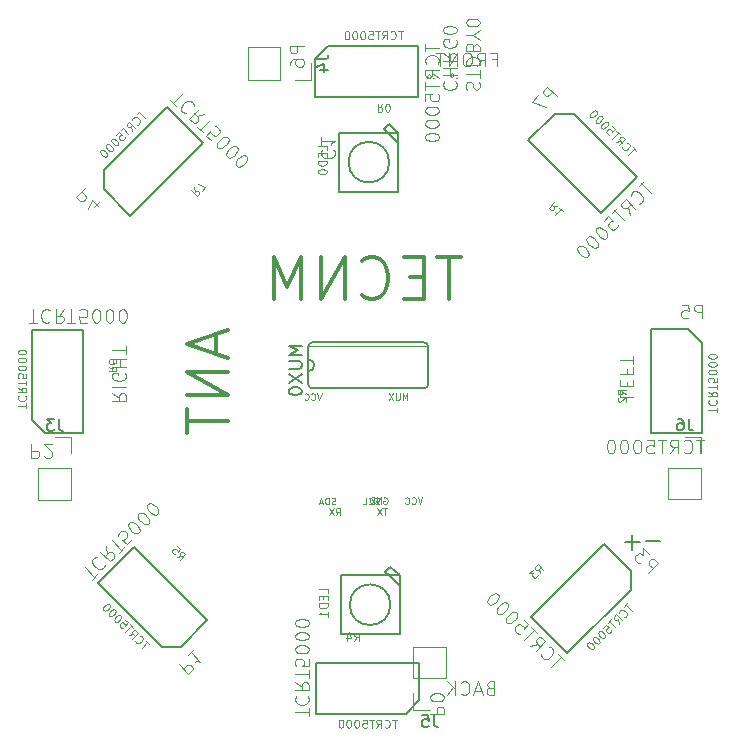
<source format=gbr>
%TF.GenerationSoftware,KiCad,Pcbnew,9.0.5*%
%TF.CreationDate,2025-11-19T12:34:50-06:00*%
%TF.ProjectId,board,626f6172-642e-46b6-9963-61645f706362,rev?*%
%TF.SameCoordinates,Original*%
%TF.FileFunction,Legend,Bot*%
%TF.FilePolarity,Positive*%
%FSLAX46Y46*%
G04 Gerber Fmt 4.6, Leading zero omitted, Abs format (unit mm)*
G04 Created by KiCad (PCBNEW 9.0.5) date 2025-11-19 12:34:50*
%MOMM*%
%LPD*%
G01*
G04 APERTURE LIST*
%ADD10C,0.060960*%
%ADD11C,0.048768*%
%ADD12C,0.101600*%
%ADD13C,0.304800*%
%ADD14C,0.142240*%
%ADD15C,0.081280*%
%ADD16C,0.150000*%
%ADD17C,0.093472*%
%ADD18C,0.127000*%
%ADD19C,0.120000*%
%ADD20C,0.050800*%
%ADD21C,0.152400*%
%ADD22C,0.063400*%
%ADD23C,0.125000*%
G04 APERTURE END LIST*
D10*
X151411052Y-75375426D02*
X151010458Y-75375426D01*
X151210755Y-76076466D02*
X151210755Y-75375426D01*
X150376183Y-76009701D02*
X150409566Y-76043084D01*
X150409566Y-76043084D02*
X150509714Y-76076466D01*
X150509714Y-76076466D02*
X150576480Y-76076466D01*
X150576480Y-76076466D02*
X150676629Y-76043084D01*
X150676629Y-76043084D02*
X150743394Y-75976318D01*
X150743394Y-75976318D02*
X150776777Y-75909552D01*
X150776777Y-75909552D02*
X150810160Y-75776021D01*
X150810160Y-75776021D02*
X150810160Y-75675872D01*
X150810160Y-75675872D02*
X150776777Y-75542341D01*
X150776777Y-75542341D02*
X150743394Y-75475575D01*
X150743394Y-75475575D02*
X150676629Y-75408809D01*
X150676629Y-75408809D02*
X150576480Y-75375426D01*
X150576480Y-75375426D02*
X150509714Y-75375426D01*
X150509714Y-75375426D02*
X150409566Y-75408809D01*
X150409566Y-75408809D02*
X150376183Y-75442192D01*
X149675143Y-76076466D02*
X149908823Y-75742638D01*
X150075737Y-76076466D02*
X150075737Y-75375426D01*
X150075737Y-75375426D02*
X149808674Y-75375426D01*
X149808674Y-75375426D02*
X149741909Y-75408809D01*
X149741909Y-75408809D02*
X149708526Y-75442192D01*
X149708526Y-75442192D02*
X149675143Y-75508958D01*
X149675143Y-75508958D02*
X149675143Y-75609106D01*
X149675143Y-75609106D02*
X149708526Y-75675872D01*
X149708526Y-75675872D02*
X149741909Y-75709255D01*
X149741909Y-75709255D02*
X149808674Y-75742638D01*
X149808674Y-75742638D02*
X150075737Y-75742638D01*
X149474846Y-75375426D02*
X149074252Y-75375426D01*
X149274549Y-76076466D02*
X149274549Y-75375426D01*
X148506743Y-75375426D02*
X148840571Y-75375426D01*
X148840571Y-75375426D02*
X148873954Y-75709255D01*
X148873954Y-75709255D02*
X148840571Y-75675872D01*
X148840571Y-75675872D02*
X148773806Y-75642489D01*
X148773806Y-75642489D02*
X148606891Y-75642489D01*
X148606891Y-75642489D02*
X148540126Y-75675872D01*
X148540126Y-75675872D02*
X148506743Y-75709255D01*
X148506743Y-75709255D02*
X148473360Y-75776021D01*
X148473360Y-75776021D02*
X148473360Y-75942935D01*
X148473360Y-75942935D02*
X148506743Y-76009701D01*
X148506743Y-76009701D02*
X148540126Y-76043084D01*
X148540126Y-76043084D02*
X148606891Y-76076466D01*
X148606891Y-76076466D02*
X148773806Y-76076466D01*
X148773806Y-76076466D02*
X148840571Y-76043084D01*
X148840571Y-76043084D02*
X148873954Y-76009701D01*
X148039383Y-75375426D02*
X147972617Y-75375426D01*
X147972617Y-75375426D02*
X147905851Y-75408809D01*
X147905851Y-75408809D02*
X147872469Y-75442192D01*
X147872469Y-75442192D02*
X147839086Y-75508958D01*
X147839086Y-75508958D02*
X147805703Y-75642489D01*
X147805703Y-75642489D02*
X147805703Y-75809404D01*
X147805703Y-75809404D02*
X147839086Y-75942935D01*
X147839086Y-75942935D02*
X147872469Y-76009701D01*
X147872469Y-76009701D02*
X147905851Y-76043084D01*
X147905851Y-76043084D02*
X147972617Y-76076466D01*
X147972617Y-76076466D02*
X148039383Y-76076466D01*
X148039383Y-76076466D02*
X148106149Y-76043084D01*
X148106149Y-76043084D02*
X148139531Y-76009701D01*
X148139531Y-76009701D02*
X148172914Y-75942935D01*
X148172914Y-75942935D02*
X148206297Y-75809404D01*
X148206297Y-75809404D02*
X148206297Y-75642489D01*
X148206297Y-75642489D02*
X148172914Y-75508958D01*
X148172914Y-75508958D02*
X148139531Y-75442192D01*
X148139531Y-75442192D02*
X148106149Y-75408809D01*
X148106149Y-75408809D02*
X148039383Y-75375426D01*
X147371726Y-75375426D02*
X147304960Y-75375426D01*
X147304960Y-75375426D02*
X147238194Y-75408809D01*
X147238194Y-75408809D02*
X147204812Y-75442192D01*
X147204812Y-75442192D02*
X147171429Y-75508958D01*
X147171429Y-75508958D02*
X147138046Y-75642489D01*
X147138046Y-75642489D02*
X147138046Y-75809404D01*
X147138046Y-75809404D02*
X147171429Y-75942935D01*
X147171429Y-75942935D02*
X147204812Y-76009701D01*
X147204812Y-76009701D02*
X147238194Y-76043084D01*
X147238194Y-76043084D02*
X147304960Y-76076466D01*
X147304960Y-76076466D02*
X147371726Y-76076466D01*
X147371726Y-76076466D02*
X147438492Y-76043084D01*
X147438492Y-76043084D02*
X147471874Y-76009701D01*
X147471874Y-76009701D02*
X147505257Y-75942935D01*
X147505257Y-75942935D02*
X147538640Y-75809404D01*
X147538640Y-75809404D02*
X147538640Y-75642489D01*
X147538640Y-75642489D02*
X147505257Y-75508958D01*
X147505257Y-75508958D02*
X147471874Y-75442192D01*
X147471874Y-75442192D02*
X147438492Y-75408809D01*
X147438492Y-75408809D02*
X147371726Y-75375426D01*
X146704069Y-75375426D02*
X146637303Y-75375426D01*
X146637303Y-75375426D02*
X146570537Y-75408809D01*
X146570537Y-75408809D02*
X146537155Y-75442192D01*
X146537155Y-75442192D02*
X146503772Y-75508958D01*
X146503772Y-75508958D02*
X146470389Y-75642489D01*
X146470389Y-75642489D02*
X146470389Y-75809404D01*
X146470389Y-75809404D02*
X146503772Y-75942935D01*
X146503772Y-75942935D02*
X146537155Y-76009701D01*
X146537155Y-76009701D02*
X146570537Y-76043084D01*
X146570537Y-76043084D02*
X146637303Y-76076466D01*
X146637303Y-76076466D02*
X146704069Y-76076466D01*
X146704069Y-76076466D02*
X146770835Y-76043084D01*
X146770835Y-76043084D02*
X146804217Y-76009701D01*
X146804217Y-76009701D02*
X146837600Y-75942935D01*
X146837600Y-75942935D02*
X146870983Y-75809404D01*
X146870983Y-75809404D02*
X146870983Y-75642489D01*
X146870983Y-75642489D02*
X146837600Y-75508958D01*
X146837600Y-75508958D02*
X146804217Y-75442192D01*
X146804217Y-75442192D02*
X146770835Y-75408809D01*
X146770835Y-75408809D02*
X146704069Y-75375426D01*
D11*
X153048995Y-114849992D02*
X152862051Y-115410824D01*
X152862051Y-115410824D02*
X152675107Y-114849992D01*
X152167688Y-115357411D02*
X152194394Y-115384118D01*
X152194394Y-115384118D02*
X152274513Y-115410824D01*
X152274513Y-115410824D02*
X152327925Y-115410824D01*
X152327925Y-115410824D02*
X152408044Y-115384118D01*
X152408044Y-115384118D02*
X152461457Y-115330705D01*
X152461457Y-115330705D02*
X152488163Y-115277292D01*
X152488163Y-115277292D02*
X152514869Y-115170467D01*
X152514869Y-115170467D02*
X152514869Y-115090348D01*
X152514869Y-115090348D02*
X152488163Y-114983523D01*
X152488163Y-114983523D02*
X152461457Y-114930111D01*
X152461457Y-114930111D02*
X152408044Y-114876698D01*
X152408044Y-114876698D02*
X152327925Y-114849992D01*
X152327925Y-114849992D02*
X152274513Y-114849992D01*
X152274513Y-114849992D02*
X152194394Y-114876698D01*
X152194394Y-114876698D02*
X152167688Y-114903404D01*
X151606856Y-115357411D02*
X151633562Y-115384118D01*
X151633562Y-115384118D02*
X151713681Y-115410824D01*
X151713681Y-115410824D02*
X151767093Y-115410824D01*
X151767093Y-115410824D02*
X151847212Y-115384118D01*
X151847212Y-115384118D02*
X151900625Y-115330705D01*
X151900625Y-115330705D02*
X151927331Y-115277292D01*
X151927331Y-115277292D02*
X151954037Y-115170467D01*
X151954037Y-115170467D02*
X151954037Y-115090348D01*
X151954037Y-115090348D02*
X151927331Y-114983523D01*
X151927331Y-114983523D02*
X151900625Y-114930111D01*
X151900625Y-114930111D02*
X151847212Y-114876698D01*
X151847212Y-114876698D02*
X151767093Y-114849992D01*
X151767093Y-114849992D02*
X151713681Y-114849992D01*
X151713681Y-114849992D02*
X151633562Y-114876698D01*
X151633562Y-114876698D02*
X151606856Y-114903404D01*
X149790827Y-114876698D02*
X149844240Y-114849992D01*
X149844240Y-114849992D02*
X149924358Y-114849992D01*
X149924358Y-114849992D02*
X150004477Y-114876698D01*
X150004477Y-114876698D02*
X150057890Y-114930111D01*
X150057890Y-114930111D02*
X150084596Y-114983523D01*
X150084596Y-114983523D02*
X150111302Y-115090348D01*
X150111302Y-115090348D02*
X150111302Y-115170467D01*
X150111302Y-115170467D02*
X150084596Y-115277292D01*
X150084596Y-115277292D02*
X150057890Y-115330705D01*
X150057890Y-115330705D02*
X150004477Y-115384118D01*
X150004477Y-115384118D02*
X149924358Y-115410824D01*
X149924358Y-115410824D02*
X149870946Y-115410824D01*
X149870946Y-115410824D02*
X149790827Y-115384118D01*
X149790827Y-115384118D02*
X149764121Y-115357411D01*
X149764121Y-115357411D02*
X149764121Y-115170467D01*
X149764121Y-115170467D02*
X149870946Y-115170467D01*
X149523764Y-115410824D02*
X149523764Y-114849992D01*
X149523764Y-114849992D02*
X149203289Y-115410824D01*
X149203289Y-115410824D02*
X149203289Y-114849992D01*
X148936226Y-115410824D02*
X148936226Y-114849992D01*
X148936226Y-114849992D02*
X148802695Y-114849992D01*
X148802695Y-114849992D02*
X148722576Y-114876698D01*
X148722576Y-114876698D02*
X148669163Y-114930111D01*
X148669163Y-114930111D02*
X148642457Y-114983523D01*
X148642457Y-114983523D02*
X148615751Y-115090348D01*
X148615751Y-115090348D02*
X148615751Y-115170467D01*
X148615751Y-115170467D02*
X148642457Y-115277292D01*
X148642457Y-115277292D02*
X148669163Y-115330705D01*
X148669163Y-115330705D02*
X148722576Y-115384118D01*
X148722576Y-115384118D02*
X148802695Y-115410824D01*
X148802695Y-115410824D02*
X148936226Y-115410824D01*
D10*
X129916555Y-127266783D02*
X129633293Y-126983520D01*
X129279214Y-127620862D02*
X129774924Y-127125151D01*
X128736293Y-126983520D02*
X128736293Y-127030730D01*
X128736293Y-127030730D02*
X128783504Y-127125151D01*
X128783504Y-127125151D02*
X128830714Y-127172362D01*
X128830714Y-127172362D02*
X128925135Y-127219572D01*
X128925135Y-127219572D02*
X129019556Y-127219572D01*
X129019556Y-127219572D02*
X129090372Y-127195967D01*
X129090372Y-127195967D02*
X129208398Y-127125151D01*
X129208398Y-127125151D02*
X129279214Y-127054336D01*
X129279214Y-127054336D02*
X129350029Y-126936309D01*
X129350029Y-126936309D02*
X129373635Y-126865494D01*
X129373635Y-126865494D02*
X129373635Y-126771073D01*
X129373635Y-126771073D02*
X129326424Y-126676652D01*
X129326424Y-126676652D02*
X129279214Y-126629441D01*
X129279214Y-126629441D02*
X129184793Y-126582231D01*
X129184793Y-126582231D02*
X129137582Y-126582231D01*
X128193372Y-126535020D02*
X128594662Y-126464204D01*
X128476635Y-126818283D02*
X128972346Y-126322573D01*
X128972346Y-126322573D02*
X128783504Y-126133731D01*
X128783504Y-126133731D02*
X128712688Y-126110126D01*
X128712688Y-126110126D02*
X128665477Y-126110126D01*
X128665477Y-126110126D02*
X128594662Y-126133731D01*
X128594662Y-126133731D02*
X128523846Y-126204547D01*
X128523846Y-126204547D02*
X128500241Y-126275362D01*
X128500241Y-126275362D02*
X128500241Y-126322573D01*
X128500241Y-126322573D02*
X128523846Y-126393389D01*
X128523846Y-126393389D02*
X128712688Y-126582231D01*
X128547451Y-125897679D02*
X128264188Y-125614416D01*
X127910109Y-126251757D02*
X128405820Y-125756047D01*
X127862899Y-125213126D02*
X128098951Y-125449179D01*
X128098951Y-125449179D02*
X127886504Y-125708836D01*
X127886504Y-125708836D02*
X127886504Y-125661626D01*
X127886504Y-125661626D02*
X127862899Y-125590810D01*
X127862899Y-125590810D02*
X127744873Y-125472784D01*
X127744873Y-125472784D02*
X127674057Y-125449179D01*
X127674057Y-125449179D02*
X127626846Y-125449179D01*
X127626846Y-125449179D02*
X127556031Y-125472784D01*
X127556031Y-125472784D02*
X127438004Y-125590810D01*
X127438004Y-125590810D02*
X127414399Y-125661626D01*
X127414399Y-125661626D02*
X127414399Y-125708836D01*
X127414399Y-125708836D02*
X127438004Y-125779652D01*
X127438004Y-125779652D02*
X127556031Y-125897678D01*
X127556031Y-125897678D02*
X127626846Y-125921284D01*
X127626846Y-125921284D02*
X127674057Y-125921284D01*
X127532425Y-124882653D02*
X127485215Y-124835442D01*
X127485215Y-124835442D02*
X127414399Y-124811837D01*
X127414399Y-124811837D02*
X127367189Y-124811837D01*
X127367189Y-124811837D02*
X127296373Y-124835442D01*
X127296373Y-124835442D02*
X127178347Y-124906258D01*
X127178347Y-124906258D02*
X127060321Y-125024284D01*
X127060321Y-125024284D02*
X126989505Y-125142311D01*
X126989505Y-125142311D02*
X126965900Y-125213126D01*
X126965900Y-125213126D02*
X126965900Y-125260337D01*
X126965900Y-125260337D02*
X126989505Y-125331153D01*
X126989505Y-125331153D02*
X127036715Y-125378363D01*
X127036715Y-125378363D02*
X127107531Y-125401968D01*
X127107531Y-125401968D02*
X127154742Y-125401968D01*
X127154742Y-125401968D02*
X127225557Y-125378363D01*
X127225557Y-125378363D02*
X127343584Y-125307547D01*
X127343584Y-125307547D02*
X127461610Y-125189521D01*
X127461610Y-125189521D02*
X127532425Y-125071495D01*
X127532425Y-125071495D02*
X127556031Y-125000679D01*
X127556031Y-125000679D02*
X127556031Y-124953469D01*
X127556031Y-124953469D02*
X127532425Y-124882653D01*
X127060321Y-124410548D02*
X127013110Y-124363338D01*
X127013110Y-124363338D02*
X126942294Y-124339732D01*
X126942294Y-124339732D02*
X126895084Y-124339732D01*
X126895084Y-124339732D02*
X126824268Y-124363338D01*
X126824268Y-124363338D02*
X126706242Y-124434153D01*
X126706242Y-124434153D02*
X126588216Y-124552180D01*
X126588216Y-124552180D02*
X126517400Y-124670206D01*
X126517400Y-124670206D02*
X126493795Y-124741022D01*
X126493795Y-124741022D02*
X126493795Y-124788232D01*
X126493795Y-124788232D02*
X126517400Y-124859048D01*
X126517400Y-124859048D02*
X126564611Y-124906258D01*
X126564611Y-124906258D02*
X126635426Y-124929863D01*
X126635426Y-124929863D02*
X126682637Y-124929863D01*
X126682637Y-124929863D02*
X126753453Y-124906258D01*
X126753453Y-124906258D02*
X126871479Y-124835443D01*
X126871479Y-124835443D02*
X126989505Y-124717416D01*
X126989505Y-124717416D02*
X127060321Y-124599390D01*
X127060321Y-124599390D02*
X127083926Y-124528574D01*
X127083926Y-124528574D02*
X127083926Y-124481364D01*
X127083926Y-124481364D02*
X127060321Y-124410548D01*
X126588216Y-123938443D02*
X126541005Y-123891233D01*
X126541005Y-123891233D02*
X126470190Y-123867628D01*
X126470190Y-123867628D02*
X126422979Y-123867628D01*
X126422979Y-123867628D02*
X126352163Y-123891233D01*
X126352163Y-123891233D02*
X126234137Y-123962049D01*
X126234137Y-123962049D02*
X126116111Y-124080075D01*
X126116111Y-124080075D02*
X126045295Y-124198101D01*
X126045295Y-124198101D02*
X126021690Y-124268917D01*
X126021690Y-124268917D02*
X126021690Y-124316127D01*
X126021690Y-124316127D02*
X126045295Y-124386943D01*
X126045295Y-124386943D02*
X126092506Y-124434153D01*
X126092506Y-124434153D02*
X126163321Y-124457759D01*
X126163321Y-124457759D02*
X126210532Y-124457759D01*
X126210532Y-124457759D02*
X126281348Y-124434153D01*
X126281348Y-124434153D02*
X126399374Y-124363338D01*
X126399374Y-124363338D02*
X126517400Y-124245312D01*
X126517400Y-124245312D02*
X126588216Y-124127285D01*
X126588216Y-124127285D02*
X126611821Y-124056470D01*
X126611821Y-124056470D02*
X126611821Y-124009259D01*
X126611821Y-124009259D02*
X126588216Y-123938443D01*
X119507714Y-107302863D02*
X119507714Y-106902269D01*
X118806674Y-107102566D02*
X119507714Y-107102566D01*
X118873439Y-106267994D02*
X118840057Y-106301377D01*
X118840057Y-106301377D02*
X118806674Y-106401525D01*
X118806674Y-106401525D02*
X118806674Y-106468291D01*
X118806674Y-106468291D02*
X118840057Y-106568440D01*
X118840057Y-106568440D02*
X118906822Y-106635205D01*
X118906822Y-106635205D02*
X118973588Y-106668588D01*
X118973588Y-106668588D02*
X119107119Y-106701971D01*
X119107119Y-106701971D02*
X119207268Y-106701971D01*
X119207268Y-106701971D02*
X119340799Y-106668588D01*
X119340799Y-106668588D02*
X119407565Y-106635205D01*
X119407565Y-106635205D02*
X119474331Y-106568440D01*
X119474331Y-106568440D02*
X119507714Y-106468291D01*
X119507714Y-106468291D02*
X119507714Y-106401525D01*
X119507714Y-106401525D02*
X119474331Y-106301377D01*
X119474331Y-106301377D02*
X119440948Y-106267994D01*
X118806674Y-105566954D02*
X119140502Y-105800634D01*
X118806674Y-105967548D02*
X119507714Y-105967548D01*
X119507714Y-105967548D02*
X119507714Y-105700485D01*
X119507714Y-105700485D02*
X119474331Y-105633720D01*
X119474331Y-105633720D02*
X119440948Y-105600337D01*
X119440948Y-105600337D02*
X119374182Y-105566954D01*
X119374182Y-105566954D02*
X119274034Y-105566954D01*
X119274034Y-105566954D02*
X119207268Y-105600337D01*
X119207268Y-105600337D02*
X119173885Y-105633720D01*
X119173885Y-105633720D02*
X119140502Y-105700485D01*
X119140502Y-105700485D02*
X119140502Y-105967548D01*
X119507714Y-105366657D02*
X119507714Y-104966063D01*
X118806674Y-105166360D02*
X119507714Y-105166360D01*
X119507714Y-104398554D02*
X119507714Y-104732382D01*
X119507714Y-104732382D02*
X119173885Y-104765765D01*
X119173885Y-104765765D02*
X119207268Y-104732382D01*
X119207268Y-104732382D02*
X119240651Y-104665617D01*
X119240651Y-104665617D02*
X119240651Y-104498702D01*
X119240651Y-104498702D02*
X119207268Y-104431937D01*
X119207268Y-104431937D02*
X119173885Y-104398554D01*
X119173885Y-104398554D02*
X119107119Y-104365171D01*
X119107119Y-104365171D02*
X118940205Y-104365171D01*
X118940205Y-104365171D02*
X118873439Y-104398554D01*
X118873439Y-104398554D02*
X118840057Y-104431937D01*
X118840057Y-104431937D02*
X118806674Y-104498702D01*
X118806674Y-104498702D02*
X118806674Y-104665617D01*
X118806674Y-104665617D02*
X118840057Y-104732382D01*
X118840057Y-104732382D02*
X118873439Y-104765765D01*
X119507714Y-103931194D02*
X119507714Y-103864428D01*
X119507714Y-103864428D02*
X119474331Y-103797662D01*
X119474331Y-103797662D02*
X119440948Y-103764280D01*
X119440948Y-103764280D02*
X119374182Y-103730897D01*
X119374182Y-103730897D02*
X119240651Y-103697514D01*
X119240651Y-103697514D02*
X119073737Y-103697514D01*
X119073737Y-103697514D02*
X118940205Y-103730897D01*
X118940205Y-103730897D02*
X118873439Y-103764280D01*
X118873439Y-103764280D02*
X118840057Y-103797662D01*
X118840057Y-103797662D02*
X118806674Y-103864428D01*
X118806674Y-103864428D02*
X118806674Y-103931194D01*
X118806674Y-103931194D02*
X118840057Y-103997960D01*
X118840057Y-103997960D02*
X118873439Y-104031342D01*
X118873439Y-104031342D02*
X118940205Y-104064725D01*
X118940205Y-104064725D02*
X119073737Y-104098108D01*
X119073737Y-104098108D02*
X119240651Y-104098108D01*
X119240651Y-104098108D02*
X119374182Y-104064725D01*
X119374182Y-104064725D02*
X119440948Y-104031342D01*
X119440948Y-104031342D02*
X119474331Y-103997960D01*
X119474331Y-103997960D02*
X119507714Y-103931194D01*
X119507714Y-103263537D02*
X119507714Y-103196771D01*
X119507714Y-103196771D02*
X119474331Y-103130005D01*
X119474331Y-103130005D02*
X119440948Y-103096623D01*
X119440948Y-103096623D02*
X119374182Y-103063240D01*
X119374182Y-103063240D02*
X119240651Y-103029857D01*
X119240651Y-103029857D02*
X119073737Y-103029857D01*
X119073737Y-103029857D02*
X118940205Y-103063240D01*
X118940205Y-103063240D02*
X118873439Y-103096623D01*
X118873439Y-103096623D02*
X118840057Y-103130005D01*
X118840057Y-103130005D02*
X118806674Y-103196771D01*
X118806674Y-103196771D02*
X118806674Y-103263537D01*
X118806674Y-103263537D02*
X118840057Y-103330303D01*
X118840057Y-103330303D02*
X118873439Y-103363685D01*
X118873439Y-103363685D02*
X118940205Y-103397068D01*
X118940205Y-103397068D02*
X119073737Y-103430451D01*
X119073737Y-103430451D02*
X119240651Y-103430451D01*
X119240651Y-103430451D02*
X119374182Y-103397068D01*
X119374182Y-103397068D02*
X119440948Y-103363685D01*
X119440948Y-103363685D02*
X119474331Y-103330303D01*
X119474331Y-103330303D02*
X119507714Y-103263537D01*
X119507714Y-102595880D02*
X119507714Y-102529114D01*
X119507714Y-102529114D02*
X119474331Y-102462348D01*
X119474331Y-102462348D02*
X119440948Y-102428966D01*
X119440948Y-102428966D02*
X119374182Y-102395583D01*
X119374182Y-102395583D02*
X119240651Y-102362200D01*
X119240651Y-102362200D02*
X119073737Y-102362200D01*
X119073737Y-102362200D02*
X118940205Y-102395583D01*
X118940205Y-102395583D02*
X118873439Y-102428966D01*
X118873439Y-102428966D02*
X118840057Y-102462348D01*
X118840057Y-102462348D02*
X118806674Y-102529114D01*
X118806674Y-102529114D02*
X118806674Y-102595880D01*
X118806674Y-102595880D02*
X118840057Y-102662646D01*
X118840057Y-102662646D02*
X118873439Y-102696028D01*
X118873439Y-102696028D02*
X118940205Y-102729411D01*
X118940205Y-102729411D02*
X119073737Y-102762794D01*
X119073737Y-102762794D02*
X119240651Y-102762794D01*
X119240651Y-102762794D02*
X119374182Y-102729411D01*
X119374182Y-102729411D02*
X119440948Y-102696028D01*
X119440948Y-102696028D02*
X119474331Y-102662646D01*
X119474331Y-102662646D02*
X119507714Y-102595880D01*
X177977713Y-107652863D02*
X177977713Y-107252269D01*
X177276673Y-107452566D02*
X177977713Y-107452566D01*
X177343438Y-106617994D02*
X177310056Y-106651377D01*
X177310056Y-106651377D02*
X177276673Y-106751525D01*
X177276673Y-106751525D02*
X177276673Y-106818291D01*
X177276673Y-106818291D02*
X177310056Y-106918440D01*
X177310056Y-106918440D02*
X177376821Y-106985205D01*
X177376821Y-106985205D02*
X177443587Y-107018588D01*
X177443587Y-107018588D02*
X177577118Y-107051971D01*
X177577118Y-107051971D02*
X177677267Y-107051971D01*
X177677267Y-107051971D02*
X177810798Y-107018588D01*
X177810798Y-107018588D02*
X177877564Y-106985205D01*
X177877564Y-106985205D02*
X177944330Y-106918440D01*
X177944330Y-106918440D02*
X177977713Y-106818291D01*
X177977713Y-106818291D02*
X177977713Y-106751525D01*
X177977713Y-106751525D02*
X177944330Y-106651377D01*
X177944330Y-106651377D02*
X177910947Y-106617994D01*
X177276673Y-105916954D02*
X177610501Y-106150634D01*
X177276673Y-106317548D02*
X177977713Y-106317548D01*
X177977713Y-106317548D02*
X177977713Y-106050485D01*
X177977713Y-106050485D02*
X177944330Y-105983720D01*
X177944330Y-105983720D02*
X177910947Y-105950337D01*
X177910947Y-105950337D02*
X177844181Y-105916954D01*
X177844181Y-105916954D02*
X177744033Y-105916954D01*
X177744033Y-105916954D02*
X177677267Y-105950337D01*
X177677267Y-105950337D02*
X177643884Y-105983720D01*
X177643884Y-105983720D02*
X177610501Y-106050485D01*
X177610501Y-106050485D02*
X177610501Y-106317548D01*
X177977713Y-105716657D02*
X177977713Y-105316063D01*
X177276673Y-105516360D02*
X177977713Y-105516360D01*
X177977713Y-104748554D02*
X177977713Y-105082382D01*
X177977713Y-105082382D02*
X177643884Y-105115765D01*
X177643884Y-105115765D02*
X177677267Y-105082382D01*
X177677267Y-105082382D02*
X177710650Y-105015617D01*
X177710650Y-105015617D02*
X177710650Y-104848702D01*
X177710650Y-104848702D02*
X177677267Y-104781937D01*
X177677267Y-104781937D02*
X177643884Y-104748554D01*
X177643884Y-104748554D02*
X177577118Y-104715171D01*
X177577118Y-104715171D02*
X177410204Y-104715171D01*
X177410204Y-104715171D02*
X177343438Y-104748554D01*
X177343438Y-104748554D02*
X177310056Y-104781937D01*
X177310056Y-104781937D02*
X177276673Y-104848702D01*
X177276673Y-104848702D02*
X177276673Y-105015617D01*
X177276673Y-105015617D02*
X177310056Y-105082382D01*
X177310056Y-105082382D02*
X177343438Y-105115765D01*
X177977713Y-104281194D02*
X177977713Y-104214428D01*
X177977713Y-104214428D02*
X177944330Y-104147662D01*
X177944330Y-104147662D02*
X177910947Y-104114280D01*
X177910947Y-104114280D02*
X177844181Y-104080897D01*
X177844181Y-104080897D02*
X177710650Y-104047514D01*
X177710650Y-104047514D02*
X177543736Y-104047514D01*
X177543736Y-104047514D02*
X177410204Y-104080897D01*
X177410204Y-104080897D02*
X177343438Y-104114280D01*
X177343438Y-104114280D02*
X177310056Y-104147662D01*
X177310056Y-104147662D02*
X177276673Y-104214428D01*
X177276673Y-104214428D02*
X177276673Y-104281194D01*
X177276673Y-104281194D02*
X177310056Y-104347960D01*
X177310056Y-104347960D02*
X177343438Y-104381342D01*
X177343438Y-104381342D02*
X177410204Y-104414725D01*
X177410204Y-104414725D02*
X177543736Y-104448108D01*
X177543736Y-104448108D02*
X177710650Y-104448108D01*
X177710650Y-104448108D02*
X177844181Y-104414725D01*
X177844181Y-104414725D02*
X177910947Y-104381342D01*
X177910947Y-104381342D02*
X177944330Y-104347960D01*
X177944330Y-104347960D02*
X177977713Y-104281194D01*
X177977713Y-103613537D02*
X177977713Y-103546771D01*
X177977713Y-103546771D02*
X177944330Y-103480005D01*
X177944330Y-103480005D02*
X177910947Y-103446623D01*
X177910947Y-103446623D02*
X177844181Y-103413240D01*
X177844181Y-103413240D02*
X177710650Y-103379857D01*
X177710650Y-103379857D02*
X177543736Y-103379857D01*
X177543736Y-103379857D02*
X177410204Y-103413240D01*
X177410204Y-103413240D02*
X177343438Y-103446623D01*
X177343438Y-103446623D02*
X177310056Y-103480005D01*
X177310056Y-103480005D02*
X177276673Y-103546771D01*
X177276673Y-103546771D02*
X177276673Y-103613537D01*
X177276673Y-103613537D02*
X177310056Y-103680303D01*
X177310056Y-103680303D02*
X177343438Y-103713685D01*
X177343438Y-103713685D02*
X177410204Y-103747068D01*
X177410204Y-103747068D02*
X177543736Y-103780451D01*
X177543736Y-103780451D02*
X177710650Y-103780451D01*
X177710650Y-103780451D02*
X177844181Y-103747068D01*
X177844181Y-103747068D02*
X177910947Y-103713685D01*
X177910947Y-103713685D02*
X177944330Y-103680303D01*
X177944330Y-103680303D02*
X177977713Y-103613537D01*
X177977713Y-102945880D02*
X177977713Y-102879114D01*
X177977713Y-102879114D02*
X177944330Y-102812348D01*
X177944330Y-102812348D02*
X177910947Y-102778966D01*
X177910947Y-102778966D02*
X177844181Y-102745583D01*
X177844181Y-102745583D02*
X177710650Y-102712200D01*
X177710650Y-102712200D02*
X177543736Y-102712200D01*
X177543736Y-102712200D02*
X177410204Y-102745583D01*
X177410204Y-102745583D02*
X177343438Y-102778966D01*
X177343438Y-102778966D02*
X177310056Y-102812348D01*
X177310056Y-102812348D02*
X177276673Y-102879114D01*
X177276673Y-102879114D02*
X177276673Y-102945880D01*
X177276673Y-102945880D02*
X177310056Y-103012646D01*
X177310056Y-103012646D02*
X177343438Y-103046028D01*
X177343438Y-103046028D02*
X177410204Y-103079411D01*
X177410204Y-103079411D02*
X177543736Y-103112794D01*
X177543736Y-103112794D02*
X177710650Y-103112794D01*
X177710650Y-103112794D02*
X177844181Y-103079411D01*
X177844181Y-103079411D02*
X177910947Y-103046028D01*
X177910947Y-103046028D02*
X177944330Y-103012646D01*
X177944330Y-103012646D02*
X177977713Y-102945880D01*
D12*
X126805737Y-106020418D02*
X127362118Y-106409885D01*
X126805737Y-106688075D02*
X127974137Y-106688075D01*
X127974137Y-106688075D02*
X127974137Y-106242970D01*
X127974137Y-106242970D02*
X127918499Y-106131694D01*
X127918499Y-106131694D02*
X127862861Y-106076056D01*
X127862861Y-106076056D02*
X127751585Y-106020418D01*
X127751585Y-106020418D02*
X127584671Y-106020418D01*
X127584671Y-106020418D02*
X127473395Y-106076056D01*
X127473395Y-106076056D02*
X127417756Y-106131694D01*
X127417756Y-106131694D02*
X127362118Y-106242970D01*
X127362118Y-106242970D02*
X127362118Y-106688075D01*
X126805737Y-105519675D02*
X127974137Y-105519675D01*
X127918499Y-104351275D02*
X127974137Y-104462551D01*
X127974137Y-104462551D02*
X127974137Y-104629465D01*
X127974137Y-104629465D02*
X127918499Y-104796380D01*
X127918499Y-104796380D02*
X127807223Y-104907656D01*
X127807223Y-104907656D02*
X127695947Y-104963294D01*
X127695947Y-104963294D02*
X127473395Y-105018932D01*
X127473395Y-105018932D02*
X127306480Y-105018932D01*
X127306480Y-105018932D02*
X127083928Y-104963294D01*
X127083928Y-104963294D02*
X126972652Y-104907656D01*
X126972652Y-104907656D02*
X126861376Y-104796380D01*
X126861376Y-104796380D02*
X126805737Y-104629465D01*
X126805737Y-104629465D02*
X126805737Y-104518189D01*
X126805737Y-104518189D02*
X126861376Y-104351275D01*
X126861376Y-104351275D02*
X126917014Y-104295637D01*
X126917014Y-104295637D02*
X127306480Y-104295637D01*
X127306480Y-104295637D02*
X127306480Y-104518189D01*
X126805737Y-103794894D02*
X127974137Y-103794894D01*
X127417756Y-103794894D02*
X127417756Y-103127237D01*
X126805737Y-103127237D02*
X127974137Y-103127237D01*
X127974137Y-102737770D02*
X127974137Y-102070113D01*
X126805737Y-102403942D02*
X127974137Y-102403942D01*
X158769992Y-130981702D02*
X158603078Y-131037340D01*
X158603078Y-131037340D02*
X158547440Y-131092978D01*
X158547440Y-131092978D02*
X158491802Y-131204254D01*
X158491802Y-131204254D02*
X158491802Y-131371168D01*
X158491802Y-131371168D02*
X158547440Y-131482444D01*
X158547440Y-131482444D02*
X158603078Y-131538083D01*
X158603078Y-131538083D02*
X158714354Y-131593721D01*
X158714354Y-131593721D02*
X159159459Y-131593721D01*
X159159459Y-131593721D02*
X159159459Y-130425321D01*
X159159459Y-130425321D02*
X158769992Y-130425321D01*
X158769992Y-130425321D02*
X158658716Y-130480959D01*
X158658716Y-130480959D02*
X158603078Y-130536597D01*
X158603078Y-130536597D02*
X158547440Y-130647873D01*
X158547440Y-130647873D02*
X158547440Y-130759149D01*
X158547440Y-130759149D02*
X158603078Y-130870425D01*
X158603078Y-130870425D02*
X158658716Y-130926063D01*
X158658716Y-130926063D02*
X158769992Y-130981702D01*
X158769992Y-130981702D02*
X159159459Y-130981702D01*
X158046697Y-131259892D02*
X157490316Y-131259892D01*
X158157973Y-131593721D02*
X157768507Y-130425321D01*
X157768507Y-130425321D02*
X157379040Y-131593721D01*
X156321916Y-131482444D02*
X156377554Y-131538083D01*
X156377554Y-131538083D02*
X156544468Y-131593721D01*
X156544468Y-131593721D02*
X156655744Y-131593721D01*
X156655744Y-131593721D02*
X156822659Y-131538083D01*
X156822659Y-131538083D02*
X156933935Y-131426806D01*
X156933935Y-131426806D02*
X156989573Y-131315530D01*
X156989573Y-131315530D02*
X157045211Y-131092978D01*
X157045211Y-131092978D02*
X157045211Y-130926063D01*
X157045211Y-130926063D02*
X156989573Y-130703511D01*
X156989573Y-130703511D02*
X156933935Y-130592235D01*
X156933935Y-130592235D02*
X156822659Y-130480959D01*
X156822659Y-130480959D02*
X156655744Y-130425321D01*
X156655744Y-130425321D02*
X156544468Y-130425321D01*
X156544468Y-130425321D02*
X156377554Y-130480959D01*
X156377554Y-130480959D02*
X156321916Y-130536597D01*
X155821173Y-131593721D02*
X155821173Y-130425321D01*
X155153516Y-131593721D02*
X155654259Y-130926063D01*
X155153516Y-130425321D02*
X155821173Y-131092978D01*
X158979992Y-77761702D02*
X159369459Y-77761702D01*
X159369459Y-78373721D02*
X159369459Y-77205321D01*
X159369459Y-77205321D02*
X158813078Y-77205321D01*
X157700316Y-78373721D02*
X158089783Y-77817340D01*
X158367973Y-78373721D02*
X158367973Y-77205321D01*
X158367973Y-77205321D02*
X157922868Y-77205321D01*
X157922868Y-77205321D02*
X157811592Y-77260959D01*
X157811592Y-77260959D02*
X157755954Y-77316597D01*
X157755954Y-77316597D02*
X157700316Y-77427873D01*
X157700316Y-77427873D02*
X157700316Y-77594787D01*
X157700316Y-77594787D02*
X157755954Y-77706063D01*
X157755954Y-77706063D02*
X157811592Y-77761702D01*
X157811592Y-77761702D02*
X157922868Y-77817340D01*
X157922868Y-77817340D02*
X158367973Y-77817340D01*
X156977021Y-77205321D02*
X156754468Y-77205321D01*
X156754468Y-77205321D02*
X156643192Y-77260959D01*
X156643192Y-77260959D02*
X156531916Y-77372235D01*
X156531916Y-77372235D02*
X156476278Y-77594787D01*
X156476278Y-77594787D02*
X156476278Y-77984254D01*
X156476278Y-77984254D02*
X156531916Y-78206806D01*
X156531916Y-78206806D02*
X156643192Y-78318083D01*
X156643192Y-78318083D02*
X156754468Y-78373721D01*
X156754468Y-78373721D02*
X156977021Y-78373721D01*
X156977021Y-78373721D02*
X157088297Y-78318083D01*
X157088297Y-78318083D02*
X157199573Y-78206806D01*
X157199573Y-78206806D02*
X157255211Y-77984254D01*
X157255211Y-77984254D02*
X157255211Y-77594787D01*
X157255211Y-77594787D02*
X157199573Y-77372235D01*
X157199573Y-77372235D02*
X157088297Y-77260959D01*
X157088297Y-77260959D02*
X156977021Y-77205321D01*
X155975535Y-78373721D02*
X155975535Y-77205321D01*
X155975535Y-77205321D02*
X155307878Y-78373721D01*
X155307878Y-78373721D02*
X155307878Y-77205321D01*
X154918411Y-77205321D02*
X154250754Y-77205321D01*
X154584583Y-78373721D02*
X154584583Y-77205321D01*
X169755737Y-105828933D02*
X169755737Y-106385314D01*
X169755737Y-106385314D02*
X170924137Y-106385314D01*
X170367756Y-105439466D02*
X170367756Y-105049999D01*
X169755737Y-104883085D02*
X169755737Y-105439466D01*
X169755737Y-105439466D02*
X170924137Y-105439466D01*
X170924137Y-105439466D02*
X170924137Y-104883085D01*
X170367756Y-103992875D02*
X170367756Y-104382342D01*
X169755737Y-104382342D02*
X170924137Y-104382342D01*
X170924137Y-104382342D02*
X170924137Y-103825961D01*
X170924137Y-103547770D02*
X170924137Y-102880113D01*
X169755737Y-103213942D02*
X170924137Y-103213942D01*
D11*
X151760912Y-106618911D02*
X151760912Y-106058079D01*
X151760912Y-106058079D02*
X151573968Y-106458673D01*
X151573968Y-106458673D02*
X151387024Y-106058079D01*
X151387024Y-106058079D02*
X151387024Y-106618911D01*
X151119961Y-106058079D02*
X151119961Y-106512086D01*
X151119961Y-106512086D02*
X151093255Y-106565498D01*
X151093255Y-106565498D02*
X151066549Y-106592205D01*
X151066549Y-106592205D02*
X151013136Y-106618911D01*
X151013136Y-106618911D02*
X150906311Y-106618911D01*
X150906311Y-106618911D02*
X150852898Y-106592205D01*
X150852898Y-106592205D02*
X150826192Y-106565498D01*
X150826192Y-106565498D02*
X150799486Y-106512086D01*
X150799486Y-106512086D02*
X150799486Y-106058079D01*
X150585836Y-106058079D02*
X150211948Y-106618911D01*
X150211948Y-106058079D02*
X150585836Y-106618911D01*
X144523503Y-106058079D02*
X144336559Y-106618911D01*
X144336559Y-106618911D02*
X144149615Y-106058079D01*
X143642196Y-106565498D02*
X143668902Y-106592205D01*
X143668902Y-106592205D02*
X143749021Y-106618911D01*
X143749021Y-106618911D02*
X143802433Y-106618911D01*
X143802433Y-106618911D02*
X143882552Y-106592205D01*
X143882552Y-106592205D02*
X143935965Y-106538792D01*
X143935965Y-106538792D02*
X143962671Y-106485379D01*
X143962671Y-106485379D02*
X143989377Y-106378554D01*
X143989377Y-106378554D02*
X143989377Y-106298435D01*
X143989377Y-106298435D02*
X143962671Y-106191610D01*
X143962671Y-106191610D02*
X143935965Y-106138198D01*
X143935965Y-106138198D02*
X143882552Y-106084785D01*
X143882552Y-106084785D02*
X143802433Y-106058079D01*
X143802433Y-106058079D02*
X143749021Y-106058079D01*
X143749021Y-106058079D02*
X143668902Y-106084785D01*
X143668902Y-106084785D02*
X143642196Y-106111491D01*
X143081364Y-106565498D02*
X143108070Y-106592205D01*
X143108070Y-106592205D02*
X143188189Y-106618911D01*
X143188189Y-106618911D02*
X143241601Y-106618911D01*
X143241601Y-106618911D02*
X143321720Y-106592205D01*
X143321720Y-106592205D02*
X143375133Y-106538792D01*
X143375133Y-106538792D02*
X143401839Y-106485379D01*
X143401839Y-106485379D02*
X143428545Y-106378554D01*
X143428545Y-106378554D02*
X143428545Y-106298435D01*
X143428545Y-106298435D02*
X143401839Y-106191610D01*
X143401839Y-106191610D02*
X143375133Y-106138198D01*
X143375133Y-106138198D02*
X143321720Y-106084785D01*
X143321720Y-106084785D02*
X143241601Y-106058079D01*
X143241601Y-106058079D02*
X143188189Y-106058079D01*
X143188189Y-106058079D02*
X143108070Y-106084785D01*
X143108070Y-106084785D02*
X143081364Y-106111491D01*
D13*
X135593695Y-101054057D02*
X135593695Y-102723200D01*
X136595181Y-100720228D02*
X133089981Y-101888628D01*
X133089981Y-101888628D02*
X136595181Y-103057028D01*
X136595181Y-104225428D02*
X133089981Y-104225428D01*
X133089981Y-104225428D02*
X136595181Y-106228399D01*
X136595181Y-106228399D02*
X133089981Y-106228399D01*
X133089981Y-107396799D02*
X133089981Y-109399771D01*
X136595181Y-108398285D02*
X133089981Y-108398285D01*
D10*
X171140467Y-85500741D02*
X170857204Y-85217478D01*
X170503125Y-85854820D02*
X170998836Y-85359109D01*
X169960205Y-85217478D02*
X169960205Y-85264688D01*
X169960205Y-85264688D02*
X170007415Y-85359109D01*
X170007415Y-85359109D02*
X170054626Y-85406320D01*
X170054626Y-85406320D02*
X170149047Y-85453530D01*
X170149047Y-85453530D02*
X170243468Y-85453530D01*
X170243468Y-85453530D02*
X170314283Y-85429925D01*
X170314283Y-85429925D02*
X170432310Y-85359109D01*
X170432310Y-85359109D02*
X170503125Y-85288294D01*
X170503125Y-85288294D02*
X170573941Y-85170267D01*
X170573941Y-85170267D02*
X170597546Y-85099452D01*
X170597546Y-85099452D02*
X170597546Y-85005031D01*
X170597546Y-85005031D02*
X170550336Y-84910610D01*
X170550336Y-84910610D02*
X170503125Y-84863399D01*
X170503125Y-84863399D02*
X170408704Y-84816189D01*
X170408704Y-84816189D02*
X170361494Y-84816189D01*
X169417284Y-84768978D02*
X169818573Y-84698162D01*
X169700547Y-85052241D02*
X170196257Y-84556531D01*
X170196257Y-84556531D02*
X170007415Y-84367689D01*
X170007415Y-84367689D02*
X169936599Y-84344084D01*
X169936599Y-84344084D02*
X169889389Y-84344084D01*
X169889389Y-84344084D02*
X169818573Y-84367689D01*
X169818573Y-84367689D02*
X169747757Y-84438505D01*
X169747757Y-84438505D02*
X169724152Y-84509320D01*
X169724152Y-84509320D02*
X169724152Y-84556531D01*
X169724152Y-84556531D02*
X169747757Y-84627347D01*
X169747757Y-84627347D02*
X169936599Y-84816189D01*
X169771363Y-84131637D02*
X169488100Y-83848374D01*
X169134021Y-84485715D02*
X169629731Y-83990005D01*
X169086810Y-83447084D02*
X169322863Y-83683137D01*
X169322863Y-83683137D02*
X169110416Y-83942794D01*
X169110416Y-83942794D02*
X169110416Y-83895584D01*
X169110416Y-83895584D02*
X169086810Y-83824768D01*
X169086810Y-83824768D02*
X168968784Y-83706742D01*
X168968784Y-83706742D02*
X168897968Y-83683137D01*
X168897968Y-83683137D02*
X168850758Y-83683137D01*
X168850758Y-83683137D02*
X168779942Y-83706742D01*
X168779942Y-83706742D02*
X168661916Y-83824768D01*
X168661916Y-83824768D02*
X168638311Y-83895584D01*
X168638311Y-83895584D02*
X168638311Y-83942794D01*
X168638311Y-83942794D02*
X168661916Y-84013610D01*
X168661916Y-84013610D02*
X168779942Y-84131636D01*
X168779942Y-84131636D02*
X168850758Y-84155242D01*
X168850758Y-84155242D02*
X168897968Y-84155242D01*
X168756337Y-83116611D02*
X168709127Y-83069400D01*
X168709127Y-83069400D02*
X168638311Y-83045795D01*
X168638311Y-83045795D02*
X168591100Y-83045795D01*
X168591100Y-83045795D02*
X168520285Y-83069400D01*
X168520285Y-83069400D02*
X168402258Y-83140216D01*
X168402258Y-83140216D02*
X168284232Y-83258242D01*
X168284232Y-83258242D02*
X168213416Y-83376269D01*
X168213416Y-83376269D02*
X168189811Y-83447084D01*
X168189811Y-83447084D02*
X168189811Y-83494295D01*
X168189811Y-83494295D02*
X168213416Y-83565111D01*
X168213416Y-83565111D02*
X168260627Y-83612321D01*
X168260627Y-83612321D02*
X168331443Y-83635926D01*
X168331443Y-83635926D02*
X168378653Y-83635926D01*
X168378653Y-83635926D02*
X168449469Y-83612321D01*
X168449469Y-83612321D02*
X168567495Y-83541505D01*
X168567495Y-83541505D02*
X168685521Y-83423479D01*
X168685521Y-83423479D02*
X168756337Y-83305453D01*
X168756337Y-83305453D02*
X168779942Y-83234637D01*
X168779942Y-83234637D02*
X168779942Y-83187427D01*
X168779942Y-83187427D02*
X168756337Y-83116611D01*
X168284232Y-82644506D02*
X168237022Y-82597296D01*
X168237022Y-82597296D02*
X168166206Y-82573690D01*
X168166206Y-82573690D02*
X168118996Y-82573690D01*
X168118996Y-82573690D02*
X168048180Y-82597296D01*
X168048180Y-82597296D02*
X167930154Y-82668111D01*
X167930154Y-82668111D02*
X167812127Y-82786138D01*
X167812127Y-82786138D02*
X167741312Y-82904164D01*
X167741312Y-82904164D02*
X167717706Y-82974980D01*
X167717706Y-82974980D02*
X167717706Y-83022190D01*
X167717706Y-83022190D02*
X167741312Y-83093006D01*
X167741312Y-83093006D02*
X167788522Y-83140216D01*
X167788522Y-83140216D02*
X167859338Y-83163821D01*
X167859338Y-83163821D02*
X167906548Y-83163821D01*
X167906548Y-83163821D02*
X167977364Y-83140216D01*
X167977364Y-83140216D02*
X168095390Y-83069401D01*
X168095390Y-83069401D02*
X168213417Y-82951374D01*
X168213417Y-82951374D02*
X168284232Y-82833348D01*
X168284232Y-82833348D02*
X168307838Y-82762532D01*
X168307838Y-82762532D02*
X168307838Y-82715322D01*
X168307838Y-82715322D02*
X168284232Y-82644506D01*
X167812127Y-82172401D02*
X167764917Y-82125191D01*
X167764917Y-82125191D02*
X167694101Y-82101586D01*
X167694101Y-82101586D02*
X167646891Y-82101586D01*
X167646891Y-82101586D02*
X167576075Y-82125191D01*
X167576075Y-82125191D02*
X167458049Y-82196007D01*
X167458049Y-82196007D02*
X167340023Y-82314033D01*
X167340023Y-82314033D02*
X167269207Y-82432059D01*
X167269207Y-82432059D02*
X167245602Y-82502875D01*
X167245602Y-82502875D02*
X167245602Y-82550085D01*
X167245602Y-82550085D02*
X167269207Y-82620901D01*
X167269207Y-82620901D02*
X167316417Y-82668111D01*
X167316417Y-82668111D02*
X167387233Y-82691717D01*
X167387233Y-82691717D02*
X167434444Y-82691717D01*
X167434444Y-82691717D02*
X167505259Y-82668111D01*
X167505259Y-82668111D02*
X167623286Y-82597296D01*
X167623286Y-82597296D02*
X167741312Y-82479269D01*
X167741312Y-82479269D02*
X167812127Y-82361243D01*
X167812127Y-82361243D02*
X167835733Y-82290428D01*
X167835733Y-82290428D02*
X167835733Y-82243217D01*
X167835733Y-82243217D02*
X167812127Y-82172401D01*
X129183238Y-82116019D02*
X128899975Y-82399282D01*
X129537317Y-82753361D02*
X129041606Y-82257650D01*
X128899975Y-83296281D02*
X128947185Y-83296281D01*
X128947185Y-83296281D02*
X129041606Y-83249071D01*
X129041606Y-83249071D02*
X129088817Y-83201860D01*
X129088817Y-83201860D02*
X129136027Y-83107439D01*
X129136027Y-83107439D02*
X129136027Y-83013018D01*
X129136027Y-83013018D02*
X129112422Y-82942203D01*
X129112422Y-82942203D02*
X129041606Y-82824176D01*
X129041606Y-82824176D02*
X128970791Y-82753361D01*
X128970791Y-82753361D02*
X128852764Y-82682545D01*
X128852764Y-82682545D02*
X128781949Y-82658940D01*
X128781949Y-82658940D02*
X128687528Y-82658940D01*
X128687528Y-82658940D02*
X128593107Y-82706150D01*
X128593107Y-82706150D02*
X128545896Y-82753361D01*
X128545896Y-82753361D02*
X128498686Y-82847782D01*
X128498686Y-82847782D02*
X128498686Y-82894992D01*
X128451475Y-83839202D02*
X128380659Y-83437913D01*
X128734738Y-83555939D02*
X128239028Y-83060229D01*
X128239028Y-83060229D02*
X128050186Y-83249071D01*
X128050186Y-83249071D02*
X128026581Y-83319887D01*
X128026581Y-83319887D02*
X128026581Y-83367097D01*
X128026581Y-83367097D02*
X128050186Y-83437913D01*
X128050186Y-83437913D02*
X128121002Y-83508729D01*
X128121002Y-83508729D02*
X128191817Y-83532334D01*
X128191817Y-83532334D02*
X128239028Y-83532334D01*
X128239028Y-83532334D02*
X128309844Y-83508729D01*
X128309844Y-83508729D02*
X128498686Y-83319887D01*
X127814134Y-83485123D02*
X127530871Y-83768386D01*
X128168212Y-84122465D02*
X127672502Y-83626755D01*
X127129581Y-84169676D02*
X127365634Y-83933623D01*
X127365634Y-83933623D02*
X127625291Y-84146070D01*
X127625291Y-84146070D02*
X127578081Y-84146070D01*
X127578081Y-84146070D02*
X127507265Y-84169676D01*
X127507265Y-84169676D02*
X127389239Y-84287702D01*
X127389239Y-84287702D02*
X127365634Y-84358518D01*
X127365634Y-84358518D02*
X127365634Y-84405728D01*
X127365634Y-84405728D02*
X127389239Y-84476544D01*
X127389239Y-84476544D02*
X127507265Y-84594570D01*
X127507265Y-84594570D02*
X127578081Y-84618175D01*
X127578081Y-84618175D02*
X127625291Y-84618175D01*
X127625291Y-84618175D02*
X127696107Y-84594570D01*
X127696107Y-84594570D02*
X127814133Y-84476544D01*
X127814133Y-84476544D02*
X127837739Y-84405728D01*
X127837739Y-84405728D02*
X127837739Y-84358518D01*
X126799108Y-84500149D02*
X126751897Y-84547359D01*
X126751897Y-84547359D02*
X126728292Y-84618175D01*
X126728292Y-84618175D02*
X126728292Y-84665386D01*
X126728292Y-84665386D02*
X126751897Y-84736201D01*
X126751897Y-84736201D02*
X126822713Y-84854228D01*
X126822713Y-84854228D02*
X126940739Y-84972254D01*
X126940739Y-84972254D02*
X127058766Y-85043070D01*
X127058766Y-85043070D02*
X127129581Y-85066675D01*
X127129581Y-85066675D02*
X127176792Y-85066675D01*
X127176792Y-85066675D02*
X127247608Y-85043070D01*
X127247608Y-85043070D02*
X127294818Y-84995859D01*
X127294818Y-84995859D02*
X127318423Y-84925043D01*
X127318423Y-84925043D02*
X127318423Y-84877833D01*
X127318423Y-84877833D02*
X127294818Y-84807017D01*
X127294818Y-84807017D02*
X127224002Y-84688991D01*
X127224002Y-84688991D02*
X127105976Y-84570965D01*
X127105976Y-84570965D02*
X126987950Y-84500149D01*
X126987950Y-84500149D02*
X126917134Y-84476544D01*
X126917134Y-84476544D02*
X126869924Y-84476544D01*
X126869924Y-84476544D02*
X126799108Y-84500149D01*
X126327003Y-84972254D02*
X126279793Y-85019464D01*
X126279793Y-85019464D02*
X126256187Y-85090280D01*
X126256187Y-85090280D02*
X126256187Y-85137490D01*
X126256187Y-85137490D02*
X126279793Y-85208306D01*
X126279793Y-85208306D02*
X126350608Y-85326332D01*
X126350608Y-85326332D02*
X126468635Y-85444359D01*
X126468635Y-85444359D02*
X126586661Y-85515174D01*
X126586661Y-85515174D02*
X126657477Y-85538780D01*
X126657477Y-85538780D02*
X126704687Y-85538780D01*
X126704687Y-85538780D02*
X126775503Y-85515174D01*
X126775503Y-85515174D02*
X126822713Y-85467964D01*
X126822713Y-85467964D02*
X126846318Y-85397148D01*
X126846318Y-85397148D02*
X126846318Y-85349938D01*
X126846318Y-85349938D02*
X126822713Y-85279122D01*
X126822713Y-85279122D02*
X126751898Y-85161096D01*
X126751898Y-85161096D02*
X126633871Y-85043069D01*
X126633871Y-85043069D02*
X126515845Y-84972254D01*
X126515845Y-84972254D02*
X126445029Y-84948648D01*
X126445029Y-84948648D02*
X126397819Y-84948648D01*
X126397819Y-84948648D02*
X126327003Y-84972254D01*
X125854898Y-85444359D02*
X125807688Y-85491569D01*
X125807688Y-85491569D02*
X125784083Y-85562385D01*
X125784083Y-85562385D02*
X125784083Y-85609595D01*
X125784083Y-85609595D02*
X125807688Y-85680411D01*
X125807688Y-85680411D02*
X125878504Y-85798437D01*
X125878504Y-85798437D02*
X125996530Y-85916463D01*
X125996530Y-85916463D02*
X126114556Y-85987279D01*
X126114556Y-85987279D02*
X126185372Y-86010884D01*
X126185372Y-86010884D02*
X126232582Y-86010884D01*
X126232582Y-86010884D02*
X126303398Y-85987279D01*
X126303398Y-85987279D02*
X126350608Y-85940069D01*
X126350608Y-85940069D02*
X126374214Y-85869253D01*
X126374214Y-85869253D02*
X126374214Y-85822042D01*
X126374214Y-85822042D02*
X126350608Y-85751227D01*
X126350608Y-85751227D02*
X126279793Y-85633200D01*
X126279793Y-85633200D02*
X126161766Y-85515174D01*
X126161766Y-85515174D02*
X126043740Y-85444359D01*
X126043740Y-85444359D02*
X125972925Y-85420753D01*
X125972925Y-85420753D02*
X125925714Y-85420753D01*
X125925714Y-85420753D02*
X125854898Y-85444359D01*
D14*
X171441447Y-118661265D02*
X170195154Y-118661265D01*
X170818300Y-119284412D02*
X170818300Y-118038119D01*
D11*
X149382794Y-115430291D02*
X149302676Y-115456997D01*
X149302676Y-115456997D02*
X149169144Y-115456997D01*
X149169144Y-115456997D02*
X149115732Y-115430291D01*
X149115732Y-115430291D02*
X149089025Y-115403584D01*
X149089025Y-115403584D02*
X149062319Y-115350172D01*
X149062319Y-115350172D02*
X149062319Y-115296759D01*
X149062319Y-115296759D02*
X149089025Y-115243347D01*
X149089025Y-115243347D02*
X149115732Y-115216640D01*
X149115732Y-115216640D02*
X149169144Y-115189934D01*
X149169144Y-115189934D02*
X149275969Y-115163228D01*
X149275969Y-115163228D02*
X149329382Y-115136521D01*
X149329382Y-115136521D02*
X149356088Y-115109815D01*
X149356088Y-115109815D02*
X149382794Y-115056403D01*
X149382794Y-115056403D02*
X149382794Y-115002990D01*
X149382794Y-115002990D02*
X149356088Y-114949577D01*
X149356088Y-114949577D02*
X149329382Y-114922871D01*
X149329382Y-114922871D02*
X149275969Y-114896165D01*
X149275969Y-114896165D02*
X149142438Y-114896165D01*
X149142438Y-114896165D02*
X149062319Y-114922871D01*
X148501487Y-115403584D02*
X148528193Y-115430291D01*
X148528193Y-115430291D02*
X148608312Y-115456997D01*
X148608312Y-115456997D02*
X148661724Y-115456997D01*
X148661724Y-115456997D02*
X148741843Y-115430291D01*
X148741843Y-115430291D02*
X148795256Y-115376878D01*
X148795256Y-115376878D02*
X148821962Y-115323465D01*
X148821962Y-115323465D02*
X148848668Y-115216640D01*
X148848668Y-115216640D02*
X148848668Y-115136521D01*
X148848668Y-115136521D02*
X148821962Y-115029696D01*
X148821962Y-115029696D02*
X148795256Y-114976284D01*
X148795256Y-114976284D02*
X148741843Y-114922871D01*
X148741843Y-114922871D02*
X148661724Y-114896165D01*
X148661724Y-114896165D02*
X148608312Y-114896165D01*
X148608312Y-114896165D02*
X148528193Y-114922871D01*
X148528193Y-114922871D02*
X148501487Y-114949577D01*
X147994067Y-115456997D02*
X148261130Y-115456997D01*
X148261130Y-115456997D02*
X148261130Y-114896165D01*
X145697324Y-115430291D02*
X145617206Y-115456997D01*
X145617206Y-115456997D02*
X145483674Y-115456997D01*
X145483674Y-115456997D02*
X145430262Y-115430291D01*
X145430262Y-115430291D02*
X145403555Y-115403584D01*
X145403555Y-115403584D02*
X145376849Y-115350172D01*
X145376849Y-115350172D02*
X145376849Y-115296759D01*
X145376849Y-115296759D02*
X145403555Y-115243347D01*
X145403555Y-115243347D02*
X145430262Y-115216640D01*
X145430262Y-115216640D02*
X145483674Y-115189934D01*
X145483674Y-115189934D02*
X145590499Y-115163228D01*
X145590499Y-115163228D02*
X145643912Y-115136521D01*
X145643912Y-115136521D02*
X145670618Y-115109815D01*
X145670618Y-115109815D02*
X145697324Y-115056403D01*
X145697324Y-115056403D02*
X145697324Y-115002990D01*
X145697324Y-115002990D02*
X145670618Y-114949577D01*
X145670618Y-114949577D02*
X145643912Y-114922871D01*
X145643912Y-114922871D02*
X145590499Y-114896165D01*
X145590499Y-114896165D02*
X145456968Y-114896165D01*
X145456968Y-114896165D02*
X145376849Y-114922871D01*
X145136492Y-115456997D02*
X145136492Y-114896165D01*
X145136492Y-114896165D02*
X145002961Y-114896165D01*
X145002961Y-114896165D02*
X144922842Y-114922871D01*
X144922842Y-114922871D02*
X144869429Y-114976284D01*
X144869429Y-114976284D02*
X144842723Y-115029696D01*
X144842723Y-115029696D02*
X144816017Y-115136521D01*
X144816017Y-115136521D02*
X144816017Y-115216640D01*
X144816017Y-115216640D02*
X144842723Y-115323465D01*
X144842723Y-115323465D02*
X144869429Y-115376878D01*
X144869429Y-115376878D02*
X144922842Y-115430291D01*
X144922842Y-115430291D02*
X145002961Y-115456997D01*
X145002961Y-115456997D02*
X145136492Y-115456997D01*
X144602366Y-115296759D02*
X144335304Y-115296759D01*
X144655779Y-115456997D02*
X144468835Y-114896165D01*
X144468835Y-114896165D02*
X144281891Y-115456997D01*
X150077160Y-115799073D02*
X149756685Y-115799073D01*
X149916922Y-116359905D02*
X149916922Y-115799073D01*
X149623153Y-115799073D02*
X149249265Y-116359905D01*
X149249265Y-115799073D02*
X149623153Y-116359905D01*
X145724032Y-116359905D02*
X145910976Y-116092842D01*
X146044507Y-116359905D02*
X146044507Y-115799073D01*
X146044507Y-115799073D02*
X145830857Y-115799073D01*
X145830857Y-115799073D02*
X145777444Y-115825779D01*
X145777444Y-115825779D02*
X145750738Y-115852485D01*
X145750738Y-115852485D02*
X145724032Y-115905898D01*
X145724032Y-115905898D02*
X145724032Y-115986017D01*
X145724032Y-115986017D02*
X145750738Y-116039429D01*
X145750738Y-116039429D02*
X145777444Y-116066136D01*
X145777444Y-116066136D02*
X145830857Y-116092842D01*
X145830857Y-116092842D02*
X146044507Y-116092842D01*
X145537088Y-115799073D02*
X145163200Y-116359905D01*
X145163200Y-115799073D02*
X145537088Y-116359905D01*
D10*
X150901052Y-133675426D02*
X150500458Y-133675426D01*
X150700755Y-134376466D02*
X150700755Y-133675426D01*
X149866183Y-134309701D02*
X149899566Y-134343084D01*
X149899566Y-134343084D02*
X149999714Y-134376466D01*
X149999714Y-134376466D02*
X150066480Y-134376466D01*
X150066480Y-134376466D02*
X150166629Y-134343084D01*
X150166629Y-134343084D02*
X150233394Y-134276318D01*
X150233394Y-134276318D02*
X150266777Y-134209552D01*
X150266777Y-134209552D02*
X150300160Y-134076021D01*
X150300160Y-134076021D02*
X150300160Y-133975872D01*
X150300160Y-133975872D02*
X150266777Y-133842341D01*
X150266777Y-133842341D02*
X150233394Y-133775575D01*
X150233394Y-133775575D02*
X150166629Y-133708809D01*
X150166629Y-133708809D02*
X150066480Y-133675426D01*
X150066480Y-133675426D02*
X149999714Y-133675426D01*
X149999714Y-133675426D02*
X149899566Y-133708809D01*
X149899566Y-133708809D02*
X149866183Y-133742192D01*
X149165143Y-134376466D02*
X149398823Y-134042638D01*
X149565737Y-134376466D02*
X149565737Y-133675426D01*
X149565737Y-133675426D02*
X149298674Y-133675426D01*
X149298674Y-133675426D02*
X149231909Y-133708809D01*
X149231909Y-133708809D02*
X149198526Y-133742192D01*
X149198526Y-133742192D02*
X149165143Y-133808958D01*
X149165143Y-133808958D02*
X149165143Y-133909106D01*
X149165143Y-133909106D02*
X149198526Y-133975872D01*
X149198526Y-133975872D02*
X149231909Y-134009255D01*
X149231909Y-134009255D02*
X149298674Y-134042638D01*
X149298674Y-134042638D02*
X149565737Y-134042638D01*
X148964846Y-133675426D02*
X148564252Y-133675426D01*
X148764549Y-134376466D02*
X148764549Y-133675426D01*
X147996743Y-133675426D02*
X148330571Y-133675426D01*
X148330571Y-133675426D02*
X148363954Y-134009255D01*
X148363954Y-134009255D02*
X148330571Y-133975872D01*
X148330571Y-133975872D02*
X148263806Y-133942489D01*
X148263806Y-133942489D02*
X148096891Y-133942489D01*
X148096891Y-133942489D02*
X148030126Y-133975872D01*
X148030126Y-133975872D02*
X147996743Y-134009255D01*
X147996743Y-134009255D02*
X147963360Y-134076021D01*
X147963360Y-134076021D02*
X147963360Y-134242935D01*
X147963360Y-134242935D02*
X147996743Y-134309701D01*
X147996743Y-134309701D02*
X148030126Y-134343084D01*
X148030126Y-134343084D02*
X148096891Y-134376466D01*
X148096891Y-134376466D02*
X148263806Y-134376466D01*
X148263806Y-134376466D02*
X148330571Y-134343084D01*
X148330571Y-134343084D02*
X148363954Y-134309701D01*
X147529383Y-133675426D02*
X147462617Y-133675426D01*
X147462617Y-133675426D02*
X147395851Y-133708809D01*
X147395851Y-133708809D02*
X147362469Y-133742192D01*
X147362469Y-133742192D02*
X147329086Y-133808958D01*
X147329086Y-133808958D02*
X147295703Y-133942489D01*
X147295703Y-133942489D02*
X147295703Y-134109404D01*
X147295703Y-134109404D02*
X147329086Y-134242935D01*
X147329086Y-134242935D02*
X147362469Y-134309701D01*
X147362469Y-134309701D02*
X147395851Y-134343084D01*
X147395851Y-134343084D02*
X147462617Y-134376466D01*
X147462617Y-134376466D02*
X147529383Y-134376466D01*
X147529383Y-134376466D02*
X147596149Y-134343084D01*
X147596149Y-134343084D02*
X147629531Y-134309701D01*
X147629531Y-134309701D02*
X147662914Y-134242935D01*
X147662914Y-134242935D02*
X147696297Y-134109404D01*
X147696297Y-134109404D02*
X147696297Y-133942489D01*
X147696297Y-133942489D02*
X147662914Y-133808958D01*
X147662914Y-133808958D02*
X147629531Y-133742192D01*
X147629531Y-133742192D02*
X147596149Y-133708809D01*
X147596149Y-133708809D02*
X147529383Y-133675426D01*
X146861726Y-133675426D02*
X146794960Y-133675426D01*
X146794960Y-133675426D02*
X146728194Y-133708809D01*
X146728194Y-133708809D02*
X146694812Y-133742192D01*
X146694812Y-133742192D02*
X146661429Y-133808958D01*
X146661429Y-133808958D02*
X146628046Y-133942489D01*
X146628046Y-133942489D02*
X146628046Y-134109404D01*
X146628046Y-134109404D02*
X146661429Y-134242935D01*
X146661429Y-134242935D02*
X146694812Y-134309701D01*
X146694812Y-134309701D02*
X146728194Y-134343084D01*
X146728194Y-134343084D02*
X146794960Y-134376466D01*
X146794960Y-134376466D02*
X146861726Y-134376466D01*
X146861726Y-134376466D02*
X146928492Y-134343084D01*
X146928492Y-134343084D02*
X146961874Y-134309701D01*
X146961874Y-134309701D02*
X146995257Y-134242935D01*
X146995257Y-134242935D02*
X147028640Y-134109404D01*
X147028640Y-134109404D02*
X147028640Y-133942489D01*
X147028640Y-133942489D02*
X146995257Y-133808958D01*
X146995257Y-133808958D02*
X146961874Y-133742192D01*
X146961874Y-133742192D02*
X146928492Y-133708809D01*
X146928492Y-133708809D02*
X146861726Y-133675426D01*
X146194069Y-133675426D02*
X146127303Y-133675426D01*
X146127303Y-133675426D02*
X146060537Y-133708809D01*
X146060537Y-133708809D02*
X146027155Y-133742192D01*
X146027155Y-133742192D02*
X145993772Y-133808958D01*
X145993772Y-133808958D02*
X145960389Y-133942489D01*
X145960389Y-133942489D02*
X145960389Y-134109404D01*
X145960389Y-134109404D02*
X145993772Y-134242935D01*
X145993772Y-134242935D02*
X146027155Y-134309701D01*
X146027155Y-134309701D02*
X146060537Y-134343084D01*
X146060537Y-134343084D02*
X146127303Y-134376466D01*
X146127303Y-134376466D02*
X146194069Y-134376466D01*
X146194069Y-134376466D02*
X146260835Y-134343084D01*
X146260835Y-134343084D02*
X146294217Y-134309701D01*
X146294217Y-134309701D02*
X146327600Y-134242935D01*
X146327600Y-134242935D02*
X146360983Y-134109404D01*
X146360983Y-134109404D02*
X146360983Y-133942489D01*
X146360983Y-133942489D02*
X146327600Y-133808958D01*
X146327600Y-133808958D02*
X146294217Y-133742192D01*
X146294217Y-133742192D02*
X146260835Y-133708809D01*
X146260835Y-133708809D02*
X146194069Y-133675426D01*
D13*
X156323485Y-94529981D02*
X154320514Y-94529981D01*
X155321999Y-98035181D02*
X155321999Y-94529981D01*
X153152113Y-96199124D02*
X151983713Y-96199124D01*
X151482970Y-98035181D02*
X153152113Y-98035181D01*
X153152113Y-98035181D02*
X153152113Y-94529981D01*
X153152113Y-94529981D02*
X151482970Y-94529981D01*
X147977771Y-97701352D02*
X148144685Y-97868267D01*
X148144685Y-97868267D02*
X148645428Y-98035181D01*
X148645428Y-98035181D02*
X148979256Y-98035181D01*
X148979256Y-98035181D02*
X149479999Y-97868267D01*
X149479999Y-97868267D02*
X149813828Y-97534438D01*
X149813828Y-97534438D02*
X149980742Y-97200609D01*
X149980742Y-97200609D02*
X150147656Y-96532952D01*
X150147656Y-96532952D02*
X150147656Y-96032209D01*
X150147656Y-96032209D02*
X149980742Y-95364552D01*
X149980742Y-95364552D02*
X149813828Y-95030724D01*
X149813828Y-95030724D02*
X149479999Y-94696895D01*
X149479999Y-94696895D02*
X148979256Y-94529981D01*
X148979256Y-94529981D02*
X148645428Y-94529981D01*
X148645428Y-94529981D02*
X148144685Y-94696895D01*
X148144685Y-94696895D02*
X147977771Y-94863809D01*
X146475542Y-98035181D02*
X146475542Y-94529981D01*
X146475542Y-94529981D02*
X144472571Y-98035181D01*
X144472571Y-98035181D02*
X144472571Y-94529981D01*
X142803428Y-98035181D02*
X142803428Y-94529981D01*
X142803428Y-94529981D02*
X141635028Y-97033695D01*
X141635028Y-97033695D02*
X140466628Y-94529981D01*
X140466628Y-94529981D02*
X140466628Y-98035181D01*
D14*
X173211447Y-118531265D02*
X171965154Y-118531265D01*
D10*
X170409279Y-123829932D02*
X170126016Y-124113194D01*
X170763358Y-124467273D02*
X170267647Y-123971563D01*
X170126016Y-125010194D02*
X170173226Y-125010194D01*
X170173226Y-125010194D02*
X170267647Y-124962983D01*
X170267647Y-124962983D02*
X170314858Y-124915773D01*
X170314858Y-124915773D02*
X170362068Y-124821352D01*
X170362068Y-124821352D02*
X170362068Y-124726931D01*
X170362068Y-124726931D02*
X170338463Y-124656115D01*
X170338463Y-124656115D02*
X170267647Y-124538089D01*
X170267647Y-124538089D02*
X170196832Y-124467273D01*
X170196832Y-124467273D02*
X170078805Y-124396458D01*
X170078805Y-124396458D02*
X170007990Y-124372852D01*
X170007990Y-124372852D02*
X169913569Y-124372852D01*
X169913569Y-124372852D02*
X169819148Y-124420063D01*
X169819148Y-124420063D02*
X169771937Y-124467273D01*
X169771937Y-124467273D02*
X169724727Y-124561694D01*
X169724727Y-124561694D02*
X169724727Y-124608905D01*
X169677516Y-125553115D02*
X169606700Y-125151825D01*
X169960779Y-125269852D02*
X169465069Y-124774141D01*
X169465069Y-124774141D02*
X169276227Y-124962983D01*
X169276227Y-124962983D02*
X169252622Y-125033799D01*
X169252622Y-125033799D02*
X169252622Y-125081010D01*
X169252622Y-125081010D02*
X169276227Y-125151825D01*
X169276227Y-125151825D02*
X169347043Y-125222641D01*
X169347043Y-125222641D02*
X169417858Y-125246246D01*
X169417858Y-125246246D02*
X169465069Y-125246246D01*
X169465069Y-125246246D02*
X169535885Y-125222641D01*
X169535885Y-125222641D02*
X169724727Y-125033799D01*
X169040175Y-125199036D02*
X168756912Y-125482299D01*
X169394253Y-125836378D02*
X168898543Y-125340667D01*
X168355622Y-125883588D02*
X168591675Y-125647536D01*
X168591675Y-125647536D02*
X168851332Y-125859983D01*
X168851332Y-125859983D02*
X168804122Y-125859983D01*
X168804122Y-125859983D02*
X168733306Y-125883588D01*
X168733306Y-125883588D02*
X168615280Y-126001614D01*
X168615280Y-126001614D02*
X168591675Y-126072430D01*
X168591675Y-126072430D02*
X168591675Y-126119641D01*
X168591675Y-126119641D02*
X168615280Y-126190456D01*
X168615280Y-126190456D02*
X168733306Y-126308483D01*
X168733306Y-126308483D02*
X168804122Y-126332088D01*
X168804122Y-126332088D02*
X168851332Y-126332088D01*
X168851332Y-126332088D02*
X168922148Y-126308483D01*
X168922148Y-126308483D02*
X169040174Y-126190456D01*
X169040174Y-126190456D02*
X169063780Y-126119641D01*
X169063780Y-126119641D02*
X169063780Y-126072430D01*
X168025149Y-126214062D02*
X167977938Y-126261272D01*
X167977938Y-126261272D02*
X167954333Y-126332088D01*
X167954333Y-126332088D02*
X167954333Y-126379298D01*
X167954333Y-126379298D02*
X167977938Y-126450114D01*
X167977938Y-126450114D02*
X168048754Y-126568140D01*
X168048754Y-126568140D02*
X168166780Y-126686166D01*
X168166780Y-126686166D02*
X168284807Y-126756982D01*
X168284807Y-126756982D02*
X168355622Y-126780587D01*
X168355622Y-126780587D02*
X168402833Y-126780587D01*
X168402833Y-126780587D02*
X168473649Y-126756982D01*
X168473649Y-126756982D02*
X168520859Y-126709772D01*
X168520859Y-126709772D02*
X168544464Y-126638956D01*
X168544464Y-126638956D02*
X168544464Y-126591745D01*
X168544464Y-126591745D02*
X168520859Y-126520930D01*
X168520859Y-126520930D02*
X168450043Y-126402903D01*
X168450043Y-126402903D02*
X168332017Y-126284877D01*
X168332017Y-126284877D02*
X168213991Y-126214062D01*
X168213991Y-126214062D02*
X168143175Y-126190456D01*
X168143175Y-126190456D02*
X168095965Y-126190456D01*
X168095965Y-126190456D02*
X168025149Y-126214062D01*
X167553044Y-126686166D02*
X167505834Y-126733377D01*
X167505834Y-126733377D02*
X167482228Y-126804193D01*
X167482228Y-126804193D02*
X167482228Y-126851403D01*
X167482228Y-126851403D02*
X167505834Y-126922219D01*
X167505834Y-126922219D02*
X167576649Y-127040245D01*
X167576649Y-127040245D02*
X167694676Y-127158271D01*
X167694676Y-127158271D02*
X167812702Y-127229087D01*
X167812702Y-127229087D02*
X167883518Y-127252692D01*
X167883518Y-127252692D02*
X167930728Y-127252692D01*
X167930728Y-127252692D02*
X168001544Y-127229087D01*
X168001544Y-127229087D02*
X168048754Y-127181876D01*
X168048754Y-127181876D02*
X168072359Y-127111061D01*
X168072359Y-127111061D02*
X168072359Y-127063850D01*
X168072359Y-127063850D02*
X168048754Y-126993034D01*
X168048754Y-126993034D02*
X167977939Y-126875008D01*
X167977939Y-126875008D02*
X167859912Y-126756982D01*
X167859912Y-126756982D02*
X167741886Y-126686166D01*
X167741886Y-126686166D02*
X167671070Y-126662561D01*
X167671070Y-126662561D02*
X167623860Y-126662561D01*
X167623860Y-126662561D02*
X167553044Y-126686166D01*
X167080939Y-127158271D02*
X167033729Y-127205482D01*
X167033729Y-127205482D02*
X167010124Y-127276297D01*
X167010124Y-127276297D02*
X167010124Y-127323508D01*
X167010124Y-127323508D02*
X167033729Y-127394324D01*
X167033729Y-127394324D02*
X167104545Y-127512350D01*
X167104545Y-127512350D02*
X167222571Y-127630376D01*
X167222571Y-127630376D02*
X167340597Y-127701192D01*
X167340597Y-127701192D02*
X167411413Y-127724797D01*
X167411413Y-127724797D02*
X167458623Y-127724797D01*
X167458623Y-127724797D02*
X167529439Y-127701192D01*
X167529439Y-127701192D02*
X167576649Y-127653981D01*
X167576649Y-127653981D02*
X167600255Y-127583166D01*
X167600255Y-127583166D02*
X167600255Y-127535955D01*
X167600255Y-127535955D02*
X167576649Y-127465139D01*
X167576649Y-127465139D02*
X167505834Y-127347113D01*
X167505834Y-127347113D02*
X167387808Y-127229087D01*
X167387808Y-127229087D02*
X167269781Y-127158271D01*
X167269781Y-127158271D02*
X167198966Y-127134666D01*
X167198966Y-127134666D02*
X167151755Y-127134666D01*
X167151755Y-127134666D02*
X167080939Y-127158271D01*
D15*
X145038749Y-122938487D02*
X145038749Y-122590144D01*
X145038749Y-122590144D02*
X144307229Y-122590144D01*
X144655572Y-123182327D02*
X144655572Y-123426167D01*
X145038749Y-123530670D02*
X145038749Y-123182327D01*
X145038749Y-123182327D02*
X144307229Y-123182327D01*
X144307229Y-123182327D02*
X144307229Y-123530670D01*
X145038749Y-123844178D02*
X144307229Y-123844178D01*
X144307229Y-123844178D02*
X144307229Y-124018349D01*
X144307229Y-124018349D02*
X144342063Y-124122852D01*
X144342063Y-124122852D02*
X144411732Y-124192521D01*
X144411732Y-124192521D02*
X144481400Y-124227355D01*
X144481400Y-124227355D02*
X144620737Y-124262189D01*
X144620737Y-124262189D02*
X144725240Y-124262189D01*
X144725240Y-124262189D02*
X144864577Y-124227355D01*
X144864577Y-124227355D02*
X144934246Y-124192521D01*
X144934246Y-124192521D02*
X145003915Y-124122852D01*
X145003915Y-124122852D02*
X145038749Y-124018349D01*
X145038749Y-124018349D02*
X145038749Y-123844178D01*
X145038749Y-124958875D02*
X145038749Y-124540864D01*
X145038749Y-124749869D02*
X144307229Y-124749869D01*
X144307229Y-124749869D02*
X144411732Y-124680201D01*
X144411732Y-124680201D02*
X144481400Y-124610532D01*
X144481400Y-124610532D02*
X144516235Y-124540864D01*
D16*
X122253333Y-108199819D02*
X122253333Y-108914104D01*
X122253333Y-108914104D02*
X122300952Y-109056961D01*
X122300952Y-109056961D02*
X122396190Y-109152200D01*
X122396190Y-109152200D02*
X122539047Y-109199819D01*
X122539047Y-109199819D02*
X122634285Y-109199819D01*
X121872380Y-108199819D02*
X121253333Y-108199819D01*
X121253333Y-108199819D02*
X121586666Y-108580771D01*
X121586666Y-108580771D02*
X121443809Y-108580771D01*
X121443809Y-108580771D02*
X121348571Y-108628390D01*
X121348571Y-108628390D02*
X121300952Y-108676009D01*
X121300952Y-108676009D02*
X121253333Y-108771247D01*
X121253333Y-108771247D02*
X121253333Y-109009342D01*
X121253333Y-109009342D02*
X121300952Y-109104580D01*
X121300952Y-109104580D02*
X121348571Y-109152200D01*
X121348571Y-109152200D02*
X121443809Y-109199819D01*
X121443809Y-109199819D02*
X121729523Y-109199819D01*
X121729523Y-109199819D02*
X121824761Y-109152200D01*
X121824761Y-109152200D02*
X121872380Y-109104580D01*
D12*
X172179024Y-121255128D02*
X173005208Y-120428945D01*
X173005208Y-120428945D02*
X172690471Y-120114208D01*
X172690471Y-120114208D02*
X172572445Y-120074866D01*
X172572445Y-120074866D02*
X172493761Y-120074866D01*
X172493761Y-120074866D02*
X172375735Y-120114208D01*
X172375735Y-120114208D02*
X172257708Y-120232234D01*
X172257708Y-120232234D02*
X172218366Y-120350261D01*
X172218366Y-120350261D02*
X172218366Y-120428945D01*
X172218366Y-120428945D02*
X172257708Y-120546971D01*
X172257708Y-120546971D02*
X172572445Y-120861707D01*
X172257708Y-119681445D02*
X171746261Y-119169998D01*
X171746261Y-119169998D02*
X171706919Y-119760129D01*
X171706919Y-119760129D02*
X171588893Y-119642103D01*
X171588893Y-119642103D02*
X171470867Y-119602761D01*
X171470867Y-119602761D02*
X171392183Y-119602761D01*
X171392183Y-119602761D02*
X171274156Y-119642103D01*
X171274156Y-119642103D02*
X171077446Y-119838814D01*
X171077446Y-119838814D02*
X171038104Y-119956840D01*
X171038104Y-119956840D02*
X171038104Y-120035524D01*
X171038104Y-120035524D02*
X171077446Y-120153550D01*
X171077446Y-120153550D02*
X171313499Y-120389603D01*
X171313499Y-120389603D02*
X171431525Y-120428945D01*
X171431525Y-120428945D02*
X171510209Y-120428945D01*
X165041003Y-128629201D02*
X164568898Y-128157096D01*
X163978767Y-129219332D02*
X164804951Y-128393148D01*
X163073899Y-128157096D02*
X163073899Y-128235780D01*
X163073899Y-128235780D02*
X163152583Y-128393148D01*
X163152583Y-128393148D02*
X163231267Y-128471832D01*
X163231267Y-128471832D02*
X163388636Y-128550516D01*
X163388636Y-128550516D02*
X163546004Y-128550516D01*
X163546004Y-128550516D02*
X163664030Y-128511174D01*
X163664030Y-128511174D02*
X163860740Y-128393148D01*
X163860740Y-128393148D02*
X163978767Y-128275122D01*
X163978767Y-128275122D02*
X164096793Y-128078411D01*
X164096793Y-128078411D02*
X164136135Y-127960385D01*
X164136135Y-127960385D02*
X164136135Y-127803017D01*
X164136135Y-127803017D02*
X164057451Y-127645649D01*
X164057451Y-127645649D02*
X163978767Y-127566965D01*
X163978767Y-127566965D02*
X163821398Y-127488280D01*
X163821398Y-127488280D02*
X163742714Y-127488280D01*
X162169031Y-127409596D02*
X162837846Y-127291570D01*
X162641136Y-127881701D02*
X163467320Y-127055518D01*
X163467320Y-127055518D02*
X163152583Y-126740781D01*
X163152583Y-126740781D02*
X163034557Y-126701439D01*
X163034557Y-126701439D02*
X162955873Y-126701439D01*
X162955873Y-126701439D02*
X162837846Y-126740781D01*
X162837846Y-126740781D02*
X162719820Y-126858807D01*
X162719820Y-126858807D02*
X162680478Y-126976833D01*
X162680478Y-126976833D02*
X162680478Y-127055518D01*
X162680478Y-127055518D02*
X162719820Y-127173544D01*
X162719820Y-127173544D02*
X163034557Y-127488280D01*
X162759162Y-126347360D02*
X162287057Y-125875255D01*
X161696926Y-126937491D02*
X162523110Y-126111308D01*
X161618242Y-125206440D02*
X162011663Y-125599860D01*
X162011663Y-125599860D02*
X161657584Y-126032623D01*
X161657584Y-126032623D02*
X161657584Y-125953939D01*
X161657584Y-125953939D02*
X161618242Y-125835913D01*
X161618242Y-125835913D02*
X161421531Y-125639203D01*
X161421531Y-125639203D02*
X161303505Y-125599860D01*
X161303505Y-125599860D02*
X161224821Y-125599860D01*
X161224821Y-125599860D02*
X161106795Y-125639203D01*
X161106795Y-125639203D02*
X160910084Y-125835913D01*
X160910084Y-125835913D02*
X160870742Y-125953939D01*
X160870742Y-125953939D02*
X160870742Y-126032623D01*
X160870742Y-126032623D02*
X160910084Y-126150650D01*
X160910084Y-126150650D02*
X161106795Y-126347360D01*
X161106795Y-126347360D02*
X161224821Y-126386702D01*
X161224821Y-126386702D02*
X161303505Y-126386702D01*
X161067453Y-124655651D02*
X160988769Y-124576966D01*
X160988769Y-124576966D02*
X160870742Y-124537624D01*
X160870742Y-124537624D02*
X160792058Y-124537624D01*
X160792058Y-124537624D02*
X160674032Y-124576966D01*
X160674032Y-124576966D02*
X160477322Y-124694993D01*
X160477322Y-124694993D02*
X160280611Y-124891703D01*
X160280611Y-124891703D02*
X160162585Y-125088413D01*
X160162585Y-125088413D02*
X160123243Y-125206440D01*
X160123243Y-125206440D02*
X160123243Y-125285124D01*
X160123243Y-125285124D02*
X160162585Y-125403150D01*
X160162585Y-125403150D02*
X160241269Y-125481834D01*
X160241269Y-125481834D02*
X160359295Y-125521176D01*
X160359295Y-125521176D02*
X160437980Y-125521176D01*
X160437980Y-125521176D02*
X160556006Y-125481834D01*
X160556006Y-125481834D02*
X160752716Y-125363808D01*
X160752716Y-125363808D02*
X160949426Y-125167098D01*
X160949426Y-125167098D02*
X161067453Y-124970387D01*
X161067453Y-124970387D02*
X161106795Y-124852361D01*
X161106795Y-124852361D02*
X161106795Y-124773677D01*
X161106795Y-124773677D02*
X161067453Y-124655651D01*
X160280611Y-123868809D02*
X160201927Y-123790125D01*
X160201927Y-123790125D02*
X160083901Y-123750783D01*
X160083901Y-123750783D02*
X160005217Y-123750783D01*
X160005217Y-123750783D02*
X159887190Y-123790125D01*
X159887190Y-123790125D02*
X159690480Y-123908151D01*
X159690480Y-123908151D02*
X159493770Y-124104862D01*
X159493770Y-124104862D02*
X159375743Y-124301572D01*
X159375743Y-124301572D02*
X159336401Y-124419598D01*
X159336401Y-124419598D02*
X159336401Y-124498282D01*
X159336401Y-124498282D02*
X159375743Y-124616308D01*
X159375743Y-124616308D02*
X159454428Y-124694993D01*
X159454428Y-124694993D02*
X159572454Y-124734335D01*
X159572454Y-124734335D02*
X159651138Y-124734335D01*
X159651138Y-124734335D02*
X159769164Y-124694993D01*
X159769164Y-124694993D02*
X159965875Y-124576966D01*
X159965875Y-124576966D02*
X160162585Y-124380256D01*
X160162585Y-124380256D02*
X160280611Y-124183546D01*
X160280611Y-124183546D02*
X160319953Y-124065519D01*
X160319953Y-124065519D02*
X160319953Y-123986835D01*
X160319953Y-123986835D02*
X160280611Y-123868809D01*
X159493770Y-123081968D02*
X159415085Y-123003283D01*
X159415085Y-123003283D02*
X159297059Y-122963941D01*
X159297059Y-122963941D02*
X159218375Y-122963941D01*
X159218375Y-122963941D02*
X159100349Y-123003283D01*
X159100349Y-123003283D02*
X158903638Y-123121310D01*
X158903638Y-123121310D02*
X158706928Y-123318020D01*
X158706928Y-123318020D02*
X158588902Y-123514730D01*
X158588902Y-123514730D02*
X158549560Y-123632757D01*
X158549560Y-123632757D02*
X158549560Y-123711441D01*
X158549560Y-123711441D02*
X158588902Y-123829467D01*
X158588902Y-123829467D02*
X158667586Y-123908151D01*
X158667586Y-123908151D02*
X158785612Y-123947493D01*
X158785612Y-123947493D02*
X158864296Y-123947493D01*
X158864296Y-123947493D02*
X158982323Y-123908151D01*
X158982323Y-123908151D02*
X159179033Y-123790125D01*
X159179033Y-123790125D02*
X159375743Y-123593414D01*
X159375743Y-123593414D02*
X159493770Y-123396704D01*
X159493770Y-123396704D02*
X159533112Y-123278678D01*
X159533112Y-123278678D02*
X159533112Y-123199994D01*
X159533112Y-123199994D02*
X159493770Y-123081968D01*
D17*
X132255738Y-119873428D02*
X132638416Y-119805897D01*
X132525864Y-120143554D02*
X132998585Y-119670834D01*
X132998585Y-119670834D02*
X132818500Y-119490750D01*
X132818500Y-119490750D02*
X132750969Y-119468239D01*
X132750969Y-119468239D02*
X132705948Y-119468239D01*
X132705948Y-119468239D02*
X132638416Y-119490750D01*
X132638416Y-119490750D02*
X132570885Y-119558281D01*
X132570885Y-119558281D02*
X132548374Y-119625813D01*
X132548374Y-119625813D02*
X132548374Y-119670834D01*
X132548374Y-119670834D02*
X132570885Y-119738365D01*
X132570885Y-119738365D02*
X132750969Y-119918449D01*
X132300759Y-118973008D02*
X132525864Y-119198113D01*
X132525864Y-119198113D02*
X132323269Y-119445729D01*
X132323269Y-119445729D02*
X132323269Y-119400708D01*
X132323269Y-119400708D02*
X132300759Y-119333176D01*
X132300759Y-119333176D02*
X132188206Y-119220624D01*
X132188206Y-119220624D02*
X132120675Y-119198113D01*
X132120675Y-119198113D02*
X132075654Y-119198113D01*
X132075654Y-119198113D02*
X132008122Y-119220624D01*
X132008122Y-119220624D02*
X131895570Y-119333176D01*
X131895570Y-119333176D02*
X131873059Y-119400708D01*
X131873059Y-119400708D02*
X131873059Y-119445729D01*
X131873059Y-119445729D02*
X131895570Y-119513260D01*
X131895570Y-119513260D02*
X132008122Y-119625813D01*
X132008122Y-119625813D02*
X132075654Y-119648323D01*
X132075654Y-119648323D02*
X132120675Y-119648323D01*
X149666812Y-81526471D02*
X149443969Y-81844818D01*
X149284796Y-81526471D02*
X149284796Y-82194999D01*
X149284796Y-82194999D02*
X149539473Y-82194999D01*
X149539473Y-82194999D02*
X149603143Y-82163164D01*
X149603143Y-82163164D02*
X149634977Y-82131330D01*
X149634977Y-82131330D02*
X149666812Y-82067660D01*
X149666812Y-82067660D02*
X149666812Y-81972156D01*
X149666812Y-81972156D02*
X149634977Y-81908487D01*
X149634977Y-81908487D02*
X149603143Y-81876652D01*
X149603143Y-81876652D02*
X149539473Y-81844818D01*
X149539473Y-81844818D02*
X149284796Y-81844818D01*
X150080663Y-82194999D02*
X150144332Y-82194999D01*
X150144332Y-82194999D02*
X150208001Y-82163164D01*
X150208001Y-82163164D02*
X150239836Y-82131330D01*
X150239836Y-82131330D02*
X150271671Y-82067660D01*
X150271671Y-82067660D02*
X150303505Y-81940322D01*
X150303505Y-81940322D02*
X150303505Y-81781148D01*
X150303505Y-81781148D02*
X150271671Y-81653810D01*
X150271671Y-81653810D02*
X150239836Y-81590140D01*
X150239836Y-81590140D02*
X150208001Y-81558306D01*
X150208001Y-81558306D02*
X150144332Y-81526471D01*
X150144332Y-81526471D02*
X150080663Y-81526471D01*
X150080663Y-81526471D02*
X150016993Y-81558306D01*
X150016993Y-81558306D02*
X149985159Y-81590140D01*
X149985159Y-81590140D02*
X149953324Y-81653810D01*
X149953324Y-81653810D02*
X149921489Y-81781148D01*
X149921489Y-81781148D02*
X149921489Y-81940322D01*
X149921489Y-81940322D02*
X149953324Y-82067660D01*
X149953324Y-82067660D02*
X149985159Y-82131330D01*
X149985159Y-82131330D02*
X150016993Y-82163164D01*
X150016993Y-82163164D02*
X150080663Y-82194999D01*
D12*
X132420464Y-128984617D02*
X133246647Y-129810801D01*
X133246647Y-129810801D02*
X133561384Y-129496064D01*
X133561384Y-129496064D02*
X133600726Y-129378038D01*
X133600726Y-129378038D02*
X133600726Y-129299354D01*
X133600726Y-129299354D02*
X133561384Y-129181328D01*
X133561384Y-129181328D02*
X133443358Y-129063301D01*
X133443358Y-129063301D02*
X133325331Y-129023959D01*
X133325331Y-129023959D02*
X133246647Y-129023959D01*
X133246647Y-129023959D02*
X133128621Y-129063301D01*
X133128621Y-129063301D02*
X132813885Y-129378038D01*
X133679410Y-127725671D02*
X133207305Y-128197776D01*
X133443358Y-127961723D02*
X134269541Y-128787907D01*
X134269541Y-128787907D02*
X134072831Y-128748565D01*
X134072831Y-128748565D02*
X133915463Y-128748565D01*
X133915463Y-128748565D02*
X133797436Y-128787907D01*
X125046391Y-121846596D02*
X125518496Y-121374491D01*
X124456260Y-120784360D02*
X125282444Y-121610544D01*
X125518496Y-119879492D02*
X125439812Y-119879492D01*
X125439812Y-119879492D02*
X125282444Y-119958176D01*
X125282444Y-119958176D02*
X125203760Y-120036860D01*
X125203760Y-120036860D02*
X125125076Y-120194229D01*
X125125076Y-120194229D02*
X125125076Y-120351597D01*
X125125076Y-120351597D02*
X125164418Y-120469623D01*
X125164418Y-120469623D02*
X125282444Y-120666333D01*
X125282444Y-120666333D02*
X125400470Y-120784360D01*
X125400470Y-120784360D02*
X125597181Y-120902386D01*
X125597181Y-120902386D02*
X125715207Y-120941728D01*
X125715207Y-120941728D02*
X125872575Y-120941728D01*
X125872575Y-120941728D02*
X126029943Y-120863044D01*
X126029943Y-120863044D02*
X126108627Y-120784360D01*
X126108627Y-120784360D02*
X126187312Y-120626991D01*
X126187312Y-120626991D02*
X126187312Y-120548307D01*
X126265996Y-118974624D02*
X126384022Y-119643439D01*
X125793891Y-119446729D02*
X126620074Y-120272913D01*
X126620074Y-120272913D02*
X126934811Y-119958176D01*
X126934811Y-119958176D02*
X126974153Y-119840150D01*
X126974153Y-119840150D02*
X126974153Y-119761466D01*
X126974153Y-119761466D02*
X126934811Y-119643439D01*
X126934811Y-119643439D02*
X126816785Y-119525413D01*
X126816785Y-119525413D02*
X126698759Y-119486071D01*
X126698759Y-119486071D02*
X126620074Y-119486071D01*
X126620074Y-119486071D02*
X126502048Y-119525413D01*
X126502048Y-119525413D02*
X126187312Y-119840150D01*
X127328232Y-119564755D02*
X127800337Y-119092650D01*
X126738101Y-118502519D02*
X127564284Y-119328703D01*
X128469152Y-118423835D02*
X128075732Y-118817256D01*
X128075732Y-118817256D02*
X127642969Y-118463177D01*
X127642969Y-118463177D02*
X127721653Y-118463177D01*
X127721653Y-118463177D02*
X127839679Y-118423835D01*
X127839679Y-118423835D02*
X128036389Y-118227124D01*
X128036389Y-118227124D02*
X128075732Y-118109098D01*
X128075732Y-118109098D02*
X128075732Y-118030414D01*
X128075732Y-118030414D02*
X128036389Y-117912388D01*
X128036389Y-117912388D02*
X127839679Y-117715677D01*
X127839679Y-117715677D02*
X127721653Y-117676335D01*
X127721653Y-117676335D02*
X127642969Y-117676335D01*
X127642969Y-117676335D02*
X127524942Y-117715677D01*
X127524942Y-117715677D02*
X127328232Y-117912388D01*
X127328232Y-117912388D02*
X127288890Y-118030414D01*
X127288890Y-118030414D02*
X127288890Y-118109098D01*
X129019941Y-117873046D02*
X129098626Y-117794362D01*
X129098626Y-117794362D02*
X129137968Y-117676335D01*
X129137968Y-117676335D02*
X129137968Y-117597651D01*
X129137968Y-117597651D02*
X129098626Y-117479625D01*
X129098626Y-117479625D02*
X128980599Y-117282915D01*
X128980599Y-117282915D02*
X128783889Y-117086204D01*
X128783889Y-117086204D02*
X128587179Y-116968178D01*
X128587179Y-116968178D02*
X128469152Y-116928836D01*
X128469152Y-116928836D02*
X128390468Y-116928836D01*
X128390468Y-116928836D02*
X128272442Y-116968178D01*
X128272442Y-116968178D02*
X128193758Y-117046862D01*
X128193758Y-117046862D02*
X128154416Y-117164888D01*
X128154416Y-117164888D02*
X128154416Y-117243573D01*
X128154416Y-117243573D02*
X128193758Y-117361599D01*
X128193758Y-117361599D02*
X128311784Y-117558309D01*
X128311784Y-117558309D02*
X128508494Y-117755019D01*
X128508494Y-117755019D02*
X128705205Y-117873046D01*
X128705205Y-117873046D02*
X128823231Y-117912388D01*
X128823231Y-117912388D02*
X128901915Y-117912388D01*
X128901915Y-117912388D02*
X129019941Y-117873046D01*
X129806783Y-117086204D02*
X129885467Y-117007520D01*
X129885467Y-117007520D02*
X129924809Y-116889494D01*
X129924809Y-116889494D02*
X129924809Y-116810810D01*
X129924809Y-116810810D02*
X129885467Y-116692783D01*
X129885467Y-116692783D02*
X129767441Y-116496073D01*
X129767441Y-116496073D02*
X129570730Y-116299363D01*
X129570730Y-116299363D02*
X129374020Y-116181336D01*
X129374020Y-116181336D02*
X129255994Y-116141994D01*
X129255994Y-116141994D02*
X129177310Y-116141994D01*
X129177310Y-116141994D02*
X129059284Y-116181336D01*
X129059284Y-116181336D02*
X128980599Y-116260021D01*
X128980599Y-116260021D02*
X128941257Y-116378047D01*
X128941257Y-116378047D02*
X128941257Y-116456731D01*
X128941257Y-116456731D02*
X128980599Y-116574757D01*
X128980599Y-116574757D02*
X129098626Y-116771468D01*
X129098626Y-116771468D02*
X129295336Y-116968178D01*
X129295336Y-116968178D02*
X129492046Y-117086204D01*
X129492046Y-117086204D02*
X129610073Y-117125546D01*
X129610073Y-117125546D02*
X129688757Y-117125546D01*
X129688757Y-117125546D02*
X129806783Y-117086204D01*
X130593624Y-116299363D02*
X130672309Y-116220678D01*
X130672309Y-116220678D02*
X130711651Y-116102652D01*
X130711651Y-116102652D02*
X130711651Y-116023968D01*
X130711651Y-116023968D02*
X130672309Y-115905942D01*
X130672309Y-115905942D02*
X130554282Y-115709231D01*
X130554282Y-115709231D02*
X130357572Y-115512521D01*
X130357572Y-115512521D02*
X130160862Y-115394495D01*
X130160862Y-115394495D02*
X130042835Y-115355153D01*
X130042835Y-115355153D02*
X129964151Y-115355153D01*
X129964151Y-115355153D02*
X129846125Y-115394495D01*
X129846125Y-115394495D02*
X129767441Y-115473179D01*
X129767441Y-115473179D02*
X129728099Y-115591205D01*
X129728099Y-115591205D02*
X129728099Y-115669889D01*
X129728099Y-115669889D02*
X129767441Y-115787916D01*
X129767441Y-115787916D02*
X129885467Y-115984626D01*
X129885467Y-115984626D02*
X130082178Y-116181336D01*
X130082178Y-116181336D02*
X130278888Y-116299363D01*
X130278888Y-116299363D02*
X130396914Y-116338705D01*
X130396914Y-116338705D02*
X130475598Y-116338705D01*
X130475598Y-116338705D02*
X130593624Y-116299363D01*
D15*
X144938749Y-85463487D02*
X144938749Y-85115144D01*
X144938749Y-85115144D02*
X144207229Y-85115144D01*
X144555572Y-85707327D02*
X144555572Y-85951167D01*
X144938749Y-86055670D02*
X144938749Y-85707327D01*
X144938749Y-85707327D02*
X144207229Y-85707327D01*
X144207229Y-85707327D02*
X144207229Y-86055670D01*
X144938749Y-86369178D02*
X144207229Y-86369178D01*
X144207229Y-86369178D02*
X144207229Y-86543349D01*
X144207229Y-86543349D02*
X144242063Y-86647852D01*
X144242063Y-86647852D02*
X144311732Y-86717521D01*
X144311732Y-86717521D02*
X144381400Y-86752355D01*
X144381400Y-86752355D02*
X144520737Y-86787189D01*
X144520737Y-86787189D02*
X144625240Y-86787189D01*
X144625240Y-86787189D02*
X144764577Y-86752355D01*
X144764577Y-86752355D02*
X144834246Y-86717521D01*
X144834246Y-86717521D02*
X144903915Y-86647852D01*
X144903915Y-86647852D02*
X144938749Y-86543349D01*
X144938749Y-86543349D02*
X144938749Y-86369178D01*
X144207229Y-87240035D02*
X144207229Y-87309704D01*
X144207229Y-87309704D02*
X144242063Y-87379372D01*
X144242063Y-87379372D02*
X144276897Y-87414207D01*
X144276897Y-87414207D02*
X144346566Y-87449041D01*
X144346566Y-87449041D02*
X144485903Y-87483875D01*
X144485903Y-87483875D02*
X144660075Y-87483875D01*
X144660075Y-87483875D02*
X144799412Y-87449041D01*
X144799412Y-87449041D02*
X144869080Y-87414207D01*
X144869080Y-87414207D02*
X144903915Y-87379372D01*
X144903915Y-87379372D02*
X144938749Y-87309704D01*
X144938749Y-87309704D02*
X144938749Y-87240035D01*
X144938749Y-87240035D02*
X144903915Y-87170367D01*
X144903915Y-87170367D02*
X144869080Y-87135532D01*
X144869080Y-87135532D02*
X144799412Y-87100698D01*
X144799412Y-87100698D02*
X144660075Y-87065864D01*
X144660075Y-87065864D02*
X144485903Y-87065864D01*
X144485903Y-87065864D02*
X144346566Y-87100698D01*
X144346566Y-87100698D02*
X144276897Y-87135532D01*
X144276897Y-87135532D02*
X144242063Y-87170367D01*
X144242063Y-87170367D02*
X144207229Y-87240035D01*
D17*
X170283528Y-106136812D02*
X169965182Y-105913969D01*
X170283528Y-105754796D02*
X169615000Y-105754796D01*
X169615000Y-105754796D02*
X169615000Y-106009473D01*
X169615000Y-106009473D02*
X169646835Y-106073143D01*
X169646835Y-106073143D02*
X169678670Y-106104977D01*
X169678670Y-106104977D02*
X169742339Y-106136812D01*
X169742339Y-106136812D02*
X169837843Y-106136812D01*
X169837843Y-106136812D02*
X169901512Y-106104977D01*
X169901512Y-106104977D02*
X169933347Y-106073143D01*
X169933347Y-106073143D02*
X169965182Y-106009473D01*
X169965182Y-106009473D02*
X169965182Y-105754796D01*
X169678670Y-106391489D02*
X169646835Y-106423324D01*
X169646835Y-106423324D02*
X169615000Y-106486993D01*
X169615000Y-106486993D02*
X169615000Y-106646167D01*
X169615000Y-106646167D02*
X169646835Y-106709836D01*
X169646835Y-106709836D02*
X169678670Y-106741671D01*
X169678670Y-106741671D02*
X169742339Y-106773505D01*
X169742339Y-106773505D02*
X169806008Y-106773505D01*
X169806008Y-106773505D02*
X169901512Y-106741671D01*
X169901512Y-106741671D02*
X170283528Y-106359655D01*
X170283528Y-106359655D02*
X170283528Y-106773505D01*
D12*
X143025726Y-76605032D02*
X141857326Y-76605032D01*
X141857326Y-76605032D02*
X141857326Y-77050137D01*
X141857326Y-77050137D02*
X141912964Y-77161413D01*
X141912964Y-77161413D02*
X141968602Y-77217051D01*
X141968602Y-77217051D02*
X142079878Y-77272689D01*
X142079878Y-77272689D02*
X142246792Y-77272689D01*
X142246792Y-77272689D02*
X142358068Y-77217051D01*
X142358068Y-77217051D02*
X142413707Y-77161413D01*
X142413707Y-77161413D02*
X142469345Y-77050137D01*
X142469345Y-77050137D02*
X142469345Y-76605032D01*
X141857326Y-78274175D02*
X141857326Y-78051622D01*
X141857326Y-78051622D02*
X141912964Y-77940346D01*
X141912964Y-77940346D02*
X141968602Y-77884708D01*
X141968602Y-77884708D02*
X142135516Y-77773432D01*
X142135516Y-77773432D02*
X142358068Y-77717794D01*
X142358068Y-77717794D02*
X142803173Y-77717794D01*
X142803173Y-77717794D02*
X142914449Y-77773432D01*
X142914449Y-77773432D02*
X142970088Y-77829070D01*
X142970088Y-77829070D02*
X143025726Y-77940346D01*
X143025726Y-77940346D02*
X143025726Y-78162899D01*
X143025726Y-78162899D02*
X142970088Y-78274175D01*
X142970088Y-78274175D02*
X142914449Y-78329813D01*
X142914449Y-78329813D02*
X142803173Y-78385451D01*
X142803173Y-78385451D02*
X142524983Y-78385451D01*
X142524983Y-78385451D02*
X142413707Y-78329813D01*
X142413707Y-78329813D02*
X142358068Y-78274175D01*
X142358068Y-78274175D02*
X142302430Y-78162899D01*
X142302430Y-78162899D02*
X142302430Y-77940346D01*
X142302430Y-77940346D02*
X142358068Y-77829070D01*
X142358068Y-77829070D02*
X142413707Y-77773432D01*
X142413707Y-77773432D02*
X142524983Y-77717794D01*
X153287326Y-76438118D02*
X153287326Y-77105775D01*
X154455726Y-76771946D02*
X153287326Y-76771946D01*
X154344449Y-78162899D02*
X154400088Y-78107261D01*
X154400088Y-78107261D02*
X154455726Y-77940347D01*
X154455726Y-77940347D02*
X154455726Y-77829071D01*
X154455726Y-77829071D02*
X154400088Y-77662156D01*
X154400088Y-77662156D02*
X154288811Y-77550880D01*
X154288811Y-77550880D02*
X154177535Y-77495242D01*
X154177535Y-77495242D02*
X153954983Y-77439604D01*
X153954983Y-77439604D02*
X153788068Y-77439604D01*
X153788068Y-77439604D02*
X153565516Y-77495242D01*
X153565516Y-77495242D02*
X153454240Y-77550880D01*
X153454240Y-77550880D02*
X153342964Y-77662156D01*
X153342964Y-77662156D02*
X153287326Y-77829071D01*
X153287326Y-77829071D02*
X153287326Y-77940347D01*
X153287326Y-77940347D02*
X153342964Y-78107261D01*
X153342964Y-78107261D02*
X153398602Y-78162899D01*
X154455726Y-79331299D02*
X153899345Y-78941832D01*
X154455726Y-78663642D02*
X153287326Y-78663642D01*
X153287326Y-78663642D02*
X153287326Y-79108747D01*
X153287326Y-79108747D02*
X153342964Y-79220023D01*
X153342964Y-79220023D02*
X153398602Y-79275661D01*
X153398602Y-79275661D02*
X153509878Y-79331299D01*
X153509878Y-79331299D02*
X153676792Y-79331299D01*
X153676792Y-79331299D02*
X153788068Y-79275661D01*
X153788068Y-79275661D02*
X153843707Y-79220023D01*
X153843707Y-79220023D02*
X153899345Y-79108747D01*
X153899345Y-79108747D02*
X153899345Y-78663642D01*
X153287326Y-79665128D02*
X153287326Y-80332785D01*
X154455726Y-79998956D02*
X153287326Y-79998956D01*
X153287326Y-81278633D02*
X153287326Y-80722252D01*
X153287326Y-80722252D02*
X153843707Y-80666614D01*
X153843707Y-80666614D02*
X153788068Y-80722252D01*
X153788068Y-80722252D02*
X153732430Y-80833528D01*
X153732430Y-80833528D02*
X153732430Y-81111719D01*
X153732430Y-81111719D02*
X153788068Y-81222995D01*
X153788068Y-81222995D02*
X153843707Y-81278633D01*
X153843707Y-81278633D02*
X153954983Y-81334271D01*
X153954983Y-81334271D02*
X154233173Y-81334271D01*
X154233173Y-81334271D02*
X154344449Y-81278633D01*
X154344449Y-81278633D02*
X154400088Y-81222995D01*
X154400088Y-81222995D02*
X154455726Y-81111719D01*
X154455726Y-81111719D02*
X154455726Y-80833528D01*
X154455726Y-80833528D02*
X154400088Y-80722252D01*
X154400088Y-80722252D02*
X154344449Y-80666614D01*
X153287326Y-82057566D02*
X153287326Y-82168843D01*
X153287326Y-82168843D02*
X153342964Y-82280119D01*
X153342964Y-82280119D02*
X153398602Y-82335757D01*
X153398602Y-82335757D02*
X153509878Y-82391395D01*
X153509878Y-82391395D02*
X153732430Y-82447033D01*
X153732430Y-82447033D02*
X154010621Y-82447033D01*
X154010621Y-82447033D02*
X154233173Y-82391395D01*
X154233173Y-82391395D02*
X154344449Y-82335757D01*
X154344449Y-82335757D02*
X154400088Y-82280119D01*
X154400088Y-82280119D02*
X154455726Y-82168843D01*
X154455726Y-82168843D02*
X154455726Y-82057566D01*
X154455726Y-82057566D02*
X154400088Y-81946290D01*
X154400088Y-81946290D02*
X154344449Y-81890652D01*
X154344449Y-81890652D02*
X154233173Y-81835014D01*
X154233173Y-81835014D02*
X154010621Y-81779376D01*
X154010621Y-81779376D02*
X153732430Y-81779376D01*
X153732430Y-81779376D02*
X153509878Y-81835014D01*
X153509878Y-81835014D02*
X153398602Y-81890652D01*
X153398602Y-81890652D02*
X153342964Y-81946290D01*
X153342964Y-81946290D02*
X153287326Y-82057566D01*
X153287326Y-83170328D02*
X153287326Y-83281605D01*
X153287326Y-83281605D02*
X153342964Y-83392881D01*
X153342964Y-83392881D02*
X153398602Y-83448519D01*
X153398602Y-83448519D02*
X153509878Y-83504157D01*
X153509878Y-83504157D02*
X153732430Y-83559795D01*
X153732430Y-83559795D02*
X154010621Y-83559795D01*
X154010621Y-83559795D02*
X154233173Y-83504157D01*
X154233173Y-83504157D02*
X154344449Y-83448519D01*
X154344449Y-83448519D02*
X154400088Y-83392881D01*
X154400088Y-83392881D02*
X154455726Y-83281605D01*
X154455726Y-83281605D02*
X154455726Y-83170328D01*
X154455726Y-83170328D02*
X154400088Y-83059052D01*
X154400088Y-83059052D02*
X154344449Y-83003414D01*
X154344449Y-83003414D02*
X154233173Y-82947776D01*
X154233173Y-82947776D02*
X154010621Y-82892138D01*
X154010621Y-82892138D02*
X153732430Y-82892138D01*
X153732430Y-82892138D02*
X153509878Y-82947776D01*
X153509878Y-82947776D02*
X153398602Y-83003414D01*
X153398602Y-83003414D02*
X153342964Y-83059052D01*
X153342964Y-83059052D02*
X153287326Y-83170328D01*
X153287326Y-84283090D02*
X153287326Y-84394367D01*
X153287326Y-84394367D02*
X153342964Y-84505643D01*
X153342964Y-84505643D02*
X153398602Y-84561281D01*
X153398602Y-84561281D02*
X153509878Y-84616919D01*
X153509878Y-84616919D02*
X153732430Y-84672557D01*
X153732430Y-84672557D02*
X154010621Y-84672557D01*
X154010621Y-84672557D02*
X154233173Y-84616919D01*
X154233173Y-84616919D02*
X154344449Y-84561281D01*
X154344449Y-84561281D02*
X154400088Y-84505643D01*
X154400088Y-84505643D02*
X154455726Y-84394367D01*
X154455726Y-84394367D02*
X154455726Y-84283090D01*
X154455726Y-84283090D02*
X154400088Y-84171814D01*
X154400088Y-84171814D02*
X154344449Y-84116176D01*
X154344449Y-84116176D02*
X154233173Y-84060538D01*
X154233173Y-84060538D02*
X154010621Y-84004900D01*
X154010621Y-84004900D02*
X153732430Y-84004900D01*
X153732430Y-84004900D02*
X153509878Y-84060538D01*
X153509878Y-84060538D02*
X153398602Y-84116176D01*
X153398602Y-84116176D02*
X153342964Y-84171814D01*
X153342964Y-84171814D02*
X153287326Y-84283090D01*
D17*
X126486470Y-103803187D02*
X126804817Y-104026030D01*
X126486470Y-104185203D02*
X127154998Y-104185203D01*
X127154998Y-104185203D02*
X127154998Y-103930526D01*
X127154998Y-103930526D02*
X127123163Y-103866857D01*
X127123163Y-103866857D02*
X127091329Y-103835022D01*
X127091329Y-103835022D02*
X127027659Y-103803187D01*
X127027659Y-103803187D02*
X126932155Y-103803187D01*
X126932155Y-103803187D02*
X126868486Y-103835022D01*
X126868486Y-103835022D02*
X126836651Y-103866857D01*
X126836651Y-103866857D02*
X126804817Y-103930526D01*
X126804817Y-103930526D02*
X126804817Y-104185203D01*
X127154998Y-103230163D02*
X127154998Y-103357502D01*
X127154998Y-103357502D02*
X127123163Y-103421171D01*
X127123163Y-103421171D02*
X127091329Y-103453006D01*
X127091329Y-103453006D02*
X126995825Y-103516675D01*
X126995825Y-103516675D02*
X126868486Y-103548510D01*
X126868486Y-103548510D02*
X126613809Y-103548510D01*
X126613809Y-103548510D02*
X126550139Y-103516675D01*
X126550139Y-103516675D02*
X126518305Y-103484841D01*
X126518305Y-103484841D02*
X126486470Y-103421171D01*
X126486470Y-103421171D02*
X126486470Y-103293833D01*
X126486470Y-103293833D02*
X126518305Y-103230163D01*
X126518305Y-103230163D02*
X126550139Y-103198329D01*
X126550139Y-103198329D02*
X126613809Y-103166494D01*
X126613809Y-103166494D02*
X126772982Y-103166494D01*
X126772982Y-103166494D02*
X126836651Y-103198329D01*
X126836651Y-103198329D02*
X126868486Y-103230163D01*
X126868486Y-103230163D02*
X126900321Y-103293833D01*
X126900321Y-103293833D02*
X126900321Y-103421171D01*
X126900321Y-103421171D02*
X126868486Y-103484841D01*
X126868486Y-103484841D02*
X126836651Y-103516675D01*
X126836651Y-103516675D02*
X126772982Y-103548510D01*
D12*
X153706873Y-133234967D02*
X154875273Y-133234967D01*
X154875273Y-133234967D02*
X154875273Y-132789862D01*
X154875273Y-132789862D02*
X154819635Y-132678586D01*
X154819635Y-132678586D02*
X154763997Y-132622948D01*
X154763997Y-132622948D02*
X154652721Y-132567310D01*
X154652721Y-132567310D02*
X154485807Y-132567310D01*
X154485807Y-132567310D02*
X154374531Y-132622948D01*
X154374531Y-132622948D02*
X154318892Y-132678586D01*
X154318892Y-132678586D02*
X154263254Y-132789862D01*
X154263254Y-132789862D02*
X154263254Y-133234967D01*
X154875273Y-131844015D02*
X154875273Y-131732738D01*
X154875273Y-131732738D02*
X154819635Y-131621462D01*
X154819635Y-131621462D02*
X154763997Y-131565824D01*
X154763997Y-131565824D02*
X154652721Y-131510186D01*
X154652721Y-131510186D02*
X154430169Y-131454548D01*
X154430169Y-131454548D02*
X154151978Y-131454548D01*
X154151978Y-131454548D02*
X153929426Y-131510186D01*
X153929426Y-131510186D02*
X153818150Y-131565824D01*
X153818150Y-131565824D02*
X153762512Y-131621462D01*
X153762512Y-131621462D02*
X153706873Y-131732738D01*
X153706873Y-131732738D02*
X153706873Y-131844015D01*
X153706873Y-131844015D02*
X153762512Y-131955291D01*
X153762512Y-131955291D02*
X153818150Y-132010929D01*
X153818150Y-132010929D02*
X153929426Y-132066567D01*
X153929426Y-132066567D02*
X154151978Y-132122205D01*
X154151978Y-132122205D02*
X154430169Y-132122205D01*
X154430169Y-132122205D02*
X154652721Y-132066567D01*
X154652721Y-132066567D02*
X154763997Y-132010929D01*
X154763997Y-132010929D02*
X154819635Y-131955291D01*
X154819635Y-131955291D02*
X154875273Y-131844015D01*
X143445273Y-133401881D02*
X143445273Y-132734224D01*
X142276873Y-133068053D02*
X143445273Y-133068053D01*
X142388150Y-131677100D02*
X142332512Y-131732738D01*
X142332512Y-131732738D02*
X142276873Y-131899652D01*
X142276873Y-131899652D02*
X142276873Y-132010928D01*
X142276873Y-132010928D02*
X142332512Y-132177843D01*
X142332512Y-132177843D02*
X142443788Y-132289119D01*
X142443788Y-132289119D02*
X142555064Y-132344757D01*
X142555064Y-132344757D02*
X142777616Y-132400395D01*
X142777616Y-132400395D02*
X142944531Y-132400395D01*
X142944531Y-132400395D02*
X143167083Y-132344757D01*
X143167083Y-132344757D02*
X143278359Y-132289119D01*
X143278359Y-132289119D02*
X143389635Y-132177843D01*
X143389635Y-132177843D02*
X143445273Y-132010928D01*
X143445273Y-132010928D02*
X143445273Y-131899652D01*
X143445273Y-131899652D02*
X143389635Y-131732738D01*
X143389635Y-131732738D02*
X143333997Y-131677100D01*
X142276873Y-130508700D02*
X142833254Y-130898167D01*
X142276873Y-131176357D02*
X143445273Y-131176357D01*
X143445273Y-131176357D02*
X143445273Y-130731252D01*
X143445273Y-130731252D02*
X143389635Y-130619976D01*
X143389635Y-130619976D02*
X143333997Y-130564338D01*
X143333997Y-130564338D02*
X143222721Y-130508700D01*
X143222721Y-130508700D02*
X143055807Y-130508700D01*
X143055807Y-130508700D02*
X142944531Y-130564338D01*
X142944531Y-130564338D02*
X142888892Y-130619976D01*
X142888892Y-130619976D02*
X142833254Y-130731252D01*
X142833254Y-130731252D02*
X142833254Y-131176357D01*
X143445273Y-130174871D02*
X143445273Y-129507214D01*
X142276873Y-129841043D02*
X143445273Y-129841043D01*
X143445273Y-128561366D02*
X143445273Y-129117747D01*
X143445273Y-129117747D02*
X142888892Y-129173385D01*
X142888892Y-129173385D02*
X142944531Y-129117747D01*
X142944531Y-129117747D02*
X143000169Y-129006471D01*
X143000169Y-129006471D02*
X143000169Y-128728280D01*
X143000169Y-128728280D02*
X142944531Y-128617004D01*
X142944531Y-128617004D02*
X142888892Y-128561366D01*
X142888892Y-128561366D02*
X142777616Y-128505728D01*
X142777616Y-128505728D02*
X142499426Y-128505728D01*
X142499426Y-128505728D02*
X142388150Y-128561366D01*
X142388150Y-128561366D02*
X142332512Y-128617004D01*
X142332512Y-128617004D02*
X142276873Y-128728280D01*
X142276873Y-128728280D02*
X142276873Y-129006471D01*
X142276873Y-129006471D02*
X142332512Y-129117747D01*
X142332512Y-129117747D02*
X142388150Y-129173385D01*
X143445273Y-127782433D02*
X143445273Y-127671156D01*
X143445273Y-127671156D02*
X143389635Y-127559880D01*
X143389635Y-127559880D02*
X143333997Y-127504242D01*
X143333997Y-127504242D02*
X143222721Y-127448604D01*
X143222721Y-127448604D02*
X143000169Y-127392966D01*
X143000169Y-127392966D02*
X142721978Y-127392966D01*
X142721978Y-127392966D02*
X142499426Y-127448604D01*
X142499426Y-127448604D02*
X142388150Y-127504242D01*
X142388150Y-127504242D02*
X142332512Y-127559880D01*
X142332512Y-127559880D02*
X142276873Y-127671156D01*
X142276873Y-127671156D02*
X142276873Y-127782433D01*
X142276873Y-127782433D02*
X142332512Y-127893709D01*
X142332512Y-127893709D02*
X142388150Y-127949347D01*
X142388150Y-127949347D02*
X142499426Y-128004985D01*
X142499426Y-128004985D02*
X142721978Y-128060623D01*
X142721978Y-128060623D02*
X143000169Y-128060623D01*
X143000169Y-128060623D02*
X143222721Y-128004985D01*
X143222721Y-128004985D02*
X143333997Y-127949347D01*
X143333997Y-127949347D02*
X143389635Y-127893709D01*
X143389635Y-127893709D02*
X143445273Y-127782433D01*
X143445273Y-126669671D02*
X143445273Y-126558394D01*
X143445273Y-126558394D02*
X143389635Y-126447118D01*
X143389635Y-126447118D02*
X143333997Y-126391480D01*
X143333997Y-126391480D02*
X143222721Y-126335842D01*
X143222721Y-126335842D02*
X143000169Y-126280204D01*
X143000169Y-126280204D02*
X142721978Y-126280204D01*
X142721978Y-126280204D02*
X142499426Y-126335842D01*
X142499426Y-126335842D02*
X142388150Y-126391480D01*
X142388150Y-126391480D02*
X142332512Y-126447118D01*
X142332512Y-126447118D02*
X142276873Y-126558394D01*
X142276873Y-126558394D02*
X142276873Y-126669671D01*
X142276873Y-126669671D02*
X142332512Y-126780947D01*
X142332512Y-126780947D02*
X142388150Y-126836585D01*
X142388150Y-126836585D02*
X142499426Y-126892223D01*
X142499426Y-126892223D02*
X142721978Y-126947861D01*
X142721978Y-126947861D02*
X143000169Y-126947861D01*
X143000169Y-126947861D02*
X143222721Y-126892223D01*
X143222721Y-126892223D02*
X143333997Y-126836585D01*
X143333997Y-126836585D02*
X143389635Y-126780947D01*
X143389635Y-126780947D02*
X143445273Y-126669671D01*
X143445273Y-125556909D02*
X143445273Y-125445632D01*
X143445273Y-125445632D02*
X143389635Y-125334356D01*
X143389635Y-125334356D02*
X143333997Y-125278718D01*
X143333997Y-125278718D02*
X143222721Y-125223080D01*
X143222721Y-125223080D02*
X143000169Y-125167442D01*
X143000169Y-125167442D02*
X142721978Y-125167442D01*
X142721978Y-125167442D02*
X142499426Y-125223080D01*
X142499426Y-125223080D02*
X142388150Y-125278718D01*
X142388150Y-125278718D02*
X142332512Y-125334356D01*
X142332512Y-125334356D02*
X142276873Y-125445632D01*
X142276873Y-125445632D02*
X142276873Y-125556909D01*
X142276873Y-125556909D02*
X142332512Y-125668185D01*
X142332512Y-125668185D02*
X142388150Y-125723823D01*
X142388150Y-125723823D02*
X142499426Y-125779461D01*
X142499426Y-125779461D02*
X142721978Y-125835099D01*
X142721978Y-125835099D02*
X143000169Y-125835099D01*
X143000169Y-125835099D02*
X143222721Y-125779461D01*
X143222721Y-125779461D02*
X143333997Y-125723823D01*
X143333997Y-125723823D02*
X143389635Y-125668185D01*
X143389635Y-125668185D02*
X143445273Y-125556909D01*
X119945032Y-110336873D02*
X119945032Y-111505273D01*
X119945032Y-111505273D02*
X120390137Y-111505273D01*
X120390137Y-111505273D02*
X120501413Y-111449635D01*
X120501413Y-111449635D02*
X120557051Y-111393997D01*
X120557051Y-111393997D02*
X120612689Y-111282721D01*
X120612689Y-111282721D02*
X120612689Y-111115807D01*
X120612689Y-111115807D02*
X120557051Y-111004531D01*
X120557051Y-111004531D02*
X120501413Y-110948892D01*
X120501413Y-110948892D02*
X120390137Y-110893254D01*
X120390137Y-110893254D02*
X119945032Y-110893254D01*
X121057794Y-111393997D02*
X121113432Y-111449635D01*
X121113432Y-111449635D02*
X121224708Y-111505273D01*
X121224708Y-111505273D02*
X121502899Y-111505273D01*
X121502899Y-111505273D02*
X121614175Y-111449635D01*
X121614175Y-111449635D02*
X121669813Y-111393997D01*
X121669813Y-111393997D02*
X121725451Y-111282721D01*
X121725451Y-111282721D02*
X121725451Y-111171445D01*
X121725451Y-111171445D02*
X121669813Y-111004531D01*
X121669813Y-111004531D02*
X121002156Y-110336873D01*
X121002156Y-110336873D02*
X121725451Y-110336873D01*
X119778118Y-100075273D02*
X120445775Y-100075273D01*
X120111946Y-98906873D02*
X120111946Y-100075273D01*
X121502899Y-99018150D02*
X121447261Y-98962512D01*
X121447261Y-98962512D02*
X121280347Y-98906873D01*
X121280347Y-98906873D02*
X121169071Y-98906873D01*
X121169071Y-98906873D02*
X121002156Y-98962512D01*
X121002156Y-98962512D02*
X120890880Y-99073788D01*
X120890880Y-99073788D02*
X120835242Y-99185064D01*
X120835242Y-99185064D02*
X120779604Y-99407616D01*
X120779604Y-99407616D02*
X120779604Y-99574531D01*
X120779604Y-99574531D02*
X120835242Y-99797083D01*
X120835242Y-99797083D02*
X120890880Y-99908359D01*
X120890880Y-99908359D02*
X121002156Y-100019635D01*
X121002156Y-100019635D02*
X121169071Y-100075273D01*
X121169071Y-100075273D02*
X121280347Y-100075273D01*
X121280347Y-100075273D02*
X121447261Y-100019635D01*
X121447261Y-100019635D02*
X121502899Y-99963997D01*
X122671299Y-98906873D02*
X122281832Y-99463254D01*
X122003642Y-98906873D02*
X122003642Y-100075273D01*
X122003642Y-100075273D02*
X122448747Y-100075273D01*
X122448747Y-100075273D02*
X122560023Y-100019635D01*
X122560023Y-100019635D02*
X122615661Y-99963997D01*
X122615661Y-99963997D02*
X122671299Y-99852721D01*
X122671299Y-99852721D02*
X122671299Y-99685807D01*
X122671299Y-99685807D02*
X122615661Y-99574531D01*
X122615661Y-99574531D02*
X122560023Y-99518892D01*
X122560023Y-99518892D02*
X122448747Y-99463254D01*
X122448747Y-99463254D02*
X122003642Y-99463254D01*
X123005128Y-100075273D02*
X123672785Y-100075273D01*
X123338956Y-98906873D02*
X123338956Y-100075273D01*
X124618633Y-100075273D02*
X124062252Y-100075273D01*
X124062252Y-100075273D02*
X124006614Y-99518892D01*
X124006614Y-99518892D02*
X124062252Y-99574531D01*
X124062252Y-99574531D02*
X124173528Y-99630169D01*
X124173528Y-99630169D02*
X124451719Y-99630169D01*
X124451719Y-99630169D02*
X124562995Y-99574531D01*
X124562995Y-99574531D02*
X124618633Y-99518892D01*
X124618633Y-99518892D02*
X124674271Y-99407616D01*
X124674271Y-99407616D02*
X124674271Y-99129426D01*
X124674271Y-99129426D02*
X124618633Y-99018150D01*
X124618633Y-99018150D02*
X124562995Y-98962512D01*
X124562995Y-98962512D02*
X124451719Y-98906873D01*
X124451719Y-98906873D02*
X124173528Y-98906873D01*
X124173528Y-98906873D02*
X124062252Y-98962512D01*
X124062252Y-98962512D02*
X124006614Y-99018150D01*
X125397566Y-100075273D02*
X125508843Y-100075273D01*
X125508843Y-100075273D02*
X125620119Y-100019635D01*
X125620119Y-100019635D02*
X125675757Y-99963997D01*
X125675757Y-99963997D02*
X125731395Y-99852721D01*
X125731395Y-99852721D02*
X125787033Y-99630169D01*
X125787033Y-99630169D02*
X125787033Y-99351978D01*
X125787033Y-99351978D02*
X125731395Y-99129426D01*
X125731395Y-99129426D02*
X125675757Y-99018150D01*
X125675757Y-99018150D02*
X125620119Y-98962512D01*
X125620119Y-98962512D02*
X125508843Y-98906873D01*
X125508843Y-98906873D02*
X125397566Y-98906873D01*
X125397566Y-98906873D02*
X125286290Y-98962512D01*
X125286290Y-98962512D02*
X125230652Y-99018150D01*
X125230652Y-99018150D02*
X125175014Y-99129426D01*
X125175014Y-99129426D02*
X125119376Y-99351978D01*
X125119376Y-99351978D02*
X125119376Y-99630169D01*
X125119376Y-99630169D02*
X125175014Y-99852721D01*
X125175014Y-99852721D02*
X125230652Y-99963997D01*
X125230652Y-99963997D02*
X125286290Y-100019635D01*
X125286290Y-100019635D02*
X125397566Y-100075273D01*
X126510328Y-100075273D02*
X126621605Y-100075273D01*
X126621605Y-100075273D02*
X126732881Y-100019635D01*
X126732881Y-100019635D02*
X126788519Y-99963997D01*
X126788519Y-99963997D02*
X126844157Y-99852721D01*
X126844157Y-99852721D02*
X126899795Y-99630169D01*
X126899795Y-99630169D02*
X126899795Y-99351978D01*
X126899795Y-99351978D02*
X126844157Y-99129426D01*
X126844157Y-99129426D02*
X126788519Y-99018150D01*
X126788519Y-99018150D02*
X126732881Y-98962512D01*
X126732881Y-98962512D02*
X126621605Y-98906873D01*
X126621605Y-98906873D02*
X126510328Y-98906873D01*
X126510328Y-98906873D02*
X126399052Y-98962512D01*
X126399052Y-98962512D02*
X126343414Y-99018150D01*
X126343414Y-99018150D02*
X126287776Y-99129426D01*
X126287776Y-99129426D02*
X126232138Y-99351978D01*
X126232138Y-99351978D02*
X126232138Y-99630169D01*
X126232138Y-99630169D02*
X126287776Y-99852721D01*
X126287776Y-99852721D02*
X126343414Y-99963997D01*
X126343414Y-99963997D02*
X126399052Y-100019635D01*
X126399052Y-100019635D02*
X126510328Y-100075273D01*
X127623090Y-100075273D02*
X127734367Y-100075273D01*
X127734367Y-100075273D02*
X127845643Y-100019635D01*
X127845643Y-100019635D02*
X127901281Y-99963997D01*
X127901281Y-99963997D02*
X127956919Y-99852721D01*
X127956919Y-99852721D02*
X128012557Y-99630169D01*
X128012557Y-99630169D02*
X128012557Y-99351978D01*
X128012557Y-99351978D02*
X127956919Y-99129426D01*
X127956919Y-99129426D02*
X127901281Y-99018150D01*
X127901281Y-99018150D02*
X127845643Y-98962512D01*
X127845643Y-98962512D02*
X127734367Y-98906873D01*
X127734367Y-98906873D02*
X127623090Y-98906873D01*
X127623090Y-98906873D02*
X127511814Y-98962512D01*
X127511814Y-98962512D02*
X127456176Y-99018150D01*
X127456176Y-99018150D02*
X127400538Y-99129426D01*
X127400538Y-99129426D02*
X127344900Y-99351978D01*
X127344900Y-99351978D02*
X127344900Y-99630169D01*
X127344900Y-99630169D02*
X127400538Y-99852721D01*
X127400538Y-99852721D02*
X127456176Y-99963997D01*
X127456176Y-99963997D02*
X127511814Y-100019635D01*
X127511814Y-100019635D02*
X127623090Y-100075273D01*
X124590975Y-88584871D02*
X123764791Y-89411054D01*
X123764791Y-89411054D02*
X124079528Y-89725791D01*
X124079528Y-89725791D02*
X124197554Y-89765133D01*
X124197554Y-89765133D02*
X124276238Y-89765133D01*
X124276238Y-89765133D02*
X124394264Y-89725791D01*
X124394264Y-89725791D02*
X124512291Y-89607765D01*
X124512291Y-89607765D02*
X124551633Y-89489738D01*
X124551633Y-89489738D02*
X124551633Y-89411054D01*
X124551633Y-89411054D02*
X124512291Y-89293028D01*
X124512291Y-89293028D02*
X124197554Y-88978292D01*
X125220448Y-90315922D02*
X125771237Y-89765133D01*
X124709001Y-90433948D02*
X125102422Y-89647107D01*
X125102422Y-89647107D02*
X125613869Y-90158554D01*
X131728996Y-81210798D02*
X132201101Y-81682903D01*
X132791232Y-80620667D02*
X131965048Y-81446851D01*
X133696100Y-81682903D02*
X133696100Y-81604219D01*
X133696100Y-81604219D02*
X133617416Y-81446851D01*
X133617416Y-81446851D02*
X133538732Y-81368167D01*
X133538732Y-81368167D02*
X133381363Y-81289483D01*
X133381363Y-81289483D02*
X133223995Y-81289483D01*
X133223995Y-81289483D02*
X133105969Y-81328825D01*
X133105969Y-81328825D02*
X132909259Y-81446851D01*
X132909259Y-81446851D02*
X132791232Y-81564877D01*
X132791232Y-81564877D02*
X132673206Y-81761588D01*
X132673206Y-81761588D02*
X132633864Y-81879614D01*
X132633864Y-81879614D02*
X132633864Y-82036982D01*
X132633864Y-82036982D02*
X132712548Y-82194350D01*
X132712548Y-82194350D02*
X132791232Y-82273034D01*
X132791232Y-82273034D02*
X132948601Y-82351719D01*
X132948601Y-82351719D02*
X133027285Y-82351719D01*
X134600968Y-82430403D02*
X133932153Y-82548429D01*
X134128863Y-81958298D02*
X133302679Y-82784481D01*
X133302679Y-82784481D02*
X133617416Y-83099218D01*
X133617416Y-83099218D02*
X133735442Y-83138560D01*
X133735442Y-83138560D02*
X133814126Y-83138560D01*
X133814126Y-83138560D02*
X133932153Y-83099218D01*
X133932153Y-83099218D02*
X134050179Y-82981192D01*
X134050179Y-82981192D02*
X134089521Y-82863166D01*
X134089521Y-82863166D02*
X134089521Y-82784481D01*
X134089521Y-82784481D02*
X134050179Y-82666455D01*
X134050179Y-82666455D02*
X133735442Y-82351719D01*
X134010837Y-83492639D02*
X134482942Y-83964744D01*
X135073073Y-82902508D02*
X134246889Y-83728691D01*
X135151757Y-84633559D02*
X134758336Y-84240139D01*
X134758336Y-84240139D02*
X135112415Y-83807376D01*
X135112415Y-83807376D02*
X135112415Y-83886060D01*
X135112415Y-83886060D02*
X135151757Y-84004086D01*
X135151757Y-84004086D02*
X135348468Y-84200796D01*
X135348468Y-84200796D02*
X135466494Y-84240139D01*
X135466494Y-84240139D02*
X135545178Y-84240139D01*
X135545178Y-84240139D02*
X135663204Y-84200796D01*
X135663204Y-84200796D02*
X135859915Y-84004086D01*
X135859915Y-84004086D02*
X135899257Y-83886060D01*
X135899257Y-83886060D02*
X135899257Y-83807376D01*
X135899257Y-83807376D02*
X135859915Y-83689349D01*
X135859915Y-83689349D02*
X135663204Y-83492639D01*
X135663204Y-83492639D02*
X135545178Y-83453297D01*
X135545178Y-83453297D02*
X135466494Y-83453297D01*
X135702546Y-85184348D02*
X135781230Y-85263033D01*
X135781230Y-85263033D02*
X135899257Y-85302375D01*
X135899257Y-85302375D02*
X135977941Y-85302375D01*
X135977941Y-85302375D02*
X136095967Y-85263033D01*
X136095967Y-85263033D02*
X136292677Y-85145006D01*
X136292677Y-85145006D02*
X136489388Y-84948296D01*
X136489388Y-84948296D02*
X136607414Y-84751586D01*
X136607414Y-84751586D02*
X136646756Y-84633559D01*
X136646756Y-84633559D02*
X136646756Y-84554875D01*
X136646756Y-84554875D02*
X136607414Y-84436849D01*
X136607414Y-84436849D02*
X136528730Y-84358165D01*
X136528730Y-84358165D02*
X136410704Y-84318823D01*
X136410704Y-84318823D02*
X136332019Y-84318823D01*
X136332019Y-84318823D02*
X136213993Y-84358165D01*
X136213993Y-84358165D02*
X136017283Y-84476191D01*
X136017283Y-84476191D02*
X135820573Y-84672901D01*
X135820573Y-84672901D02*
X135702546Y-84869612D01*
X135702546Y-84869612D02*
X135663204Y-84987638D01*
X135663204Y-84987638D02*
X135663204Y-85066322D01*
X135663204Y-85066322D02*
X135702546Y-85184348D01*
X136489388Y-85971190D02*
X136568072Y-86049874D01*
X136568072Y-86049874D02*
X136686098Y-86089216D01*
X136686098Y-86089216D02*
X136764782Y-86089216D01*
X136764782Y-86089216D02*
X136882809Y-86049874D01*
X136882809Y-86049874D02*
X137079519Y-85931848D01*
X137079519Y-85931848D02*
X137276229Y-85735137D01*
X137276229Y-85735137D02*
X137394256Y-85538427D01*
X137394256Y-85538427D02*
X137433598Y-85420401D01*
X137433598Y-85420401D02*
X137433598Y-85341717D01*
X137433598Y-85341717D02*
X137394256Y-85223691D01*
X137394256Y-85223691D02*
X137315571Y-85145006D01*
X137315571Y-85145006D02*
X137197545Y-85105664D01*
X137197545Y-85105664D02*
X137118861Y-85105664D01*
X137118861Y-85105664D02*
X137000835Y-85145006D01*
X137000835Y-85145006D02*
X136804124Y-85263033D01*
X136804124Y-85263033D02*
X136607414Y-85459743D01*
X136607414Y-85459743D02*
X136489388Y-85656453D01*
X136489388Y-85656453D02*
X136450046Y-85774480D01*
X136450046Y-85774480D02*
X136450046Y-85853164D01*
X136450046Y-85853164D02*
X136489388Y-85971190D01*
X137276229Y-86758031D02*
X137354914Y-86836716D01*
X137354914Y-86836716D02*
X137472940Y-86876058D01*
X137472940Y-86876058D02*
X137551624Y-86876058D01*
X137551624Y-86876058D02*
X137669650Y-86836716D01*
X137669650Y-86836716D02*
X137866361Y-86718689D01*
X137866361Y-86718689D02*
X138063071Y-86521979D01*
X138063071Y-86521979D02*
X138181097Y-86325269D01*
X138181097Y-86325269D02*
X138220439Y-86207242D01*
X138220439Y-86207242D02*
X138220439Y-86128558D01*
X138220439Y-86128558D02*
X138181097Y-86010532D01*
X138181097Y-86010532D02*
X138102413Y-85931848D01*
X138102413Y-85931848D02*
X137984387Y-85892506D01*
X137984387Y-85892506D02*
X137905703Y-85892506D01*
X137905703Y-85892506D02*
X137787676Y-85931848D01*
X137787676Y-85931848D02*
X137590966Y-86049874D01*
X137590966Y-86049874D02*
X137394256Y-86246585D01*
X137394256Y-86246585D02*
X137276229Y-86443295D01*
X137276229Y-86443295D02*
X137236887Y-86561321D01*
X137236887Y-86561321D02*
X137236887Y-86640005D01*
X137236887Y-86640005D02*
X137276229Y-86758031D01*
X176754967Y-99711726D02*
X176754967Y-98543326D01*
X176754967Y-98543326D02*
X176309862Y-98543326D01*
X176309862Y-98543326D02*
X176198586Y-98598964D01*
X176198586Y-98598964D02*
X176142948Y-98654602D01*
X176142948Y-98654602D02*
X176087310Y-98765878D01*
X176087310Y-98765878D02*
X176087310Y-98932792D01*
X176087310Y-98932792D02*
X176142948Y-99044068D01*
X176142948Y-99044068D02*
X176198586Y-99099707D01*
X176198586Y-99099707D02*
X176309862Y-99155345D01*
X176309862Y-99155345D02*
X176754967Y-99155345D01*
X175030186Y-98543326D02*
X175586567Y-98543326D01*
X175586567Y-98543326D02*
X175642205Y-99099707D01*
X175642205Y-99099707D02*
X175586567Y-99044068D01*
X175586567Y-99044068D02*
X175475291Y-98988430D01*
X175475291Y-98988430D02*
X175197100Y-98988430D01*
X175197100Y-98988430D02*
X175085824Y-99044068D01*
X175085824Y-99044068D02*
X175030186Y-99099707D01*
X175030186Y-99099707D02*
X174974548Y-99210983D01*
X174974548Y-99210983D02*
X174974548Y-99489173D01*
X174974548Y-99489173D02*
X175030186Y-99600449D01*
X175030186Y-99600449D02*
X175085824Y-99656088D01*
X175085824Y-99656088D02*
X175197100Y-99711726D01*
X175197100Y-99711726D02*
X175475291Y-99711726D01*
X175475291Y-99711726D02*
X175586567Y-99656088D01*
X175586567Y-99656088D02*
X175642205Y-99600449D01*
X176921881Y-109973326D02*
X176254224Y-109973326D01*
X176588053Y-111141726D02*
X176588053Y-109973326D01*
X175197100Y-111030449D02*
X175252738Y-111086088D01*
X175252738Y-111086088D02*
X175419652Y-111141726D01*
X175419652Y-111141726D02*
X175530928Y-111141726D01*
X175530928Y-111141726D02*
X175697843Y-111086088D01*
X175697843Y-111086088D02*
X175809119Y-110974811D01*
X175809119Y-110974811D02*
X175864757Y-110863535D01*
X175864757Y-110863535D02*
X175920395Y-110640983D01*
X175920395Y-110640983D02*
X175920395Y-110474068D01*
X175920395Y-110474068D02*
X175864757Y-110251516D01*
X175864757Y-110251516D02*
X175809119Y-110140240D01*
X175809119Y-110140240D02*
X175697843Y-110028964D01*
X175697843Y-110028964D02*
X175530928Y-109973326D01*
X175530928Y-109973326D02*
X175419652Y-109973326D01*
X175419652Y-109973326D02*
X175252738Y-110028964D01*
X175252738Y-110028964D02*
X175197100Y-110084602D01*
X174028700Y-111141726D02*
X174418167Y-110585345D01*
X174696357Y-111141726D02*
X174696357Y-109973326D01*
X174696357Y-109973326D02*
X174251252Y-109973326D01*
X174251252Y-109973326D02*
X174139976Y-110028964D01*
X174139976Y-110028964D02*
X174084338Y-110084602D01*
X174084338Y-110084602D02*
X174028700Y-110195878D01*
X174028700Y-110195878D02*
X174028700Y-110362792D01*
X174028700Y-110362792D02*
X174084338Y-110474068D01*
X174084338Y-110474068D02*
X174139976Y-110529707D01*
X174139976Y-110529707D02*
X174251252Y-110585345D01*
X174251252Y-110585345D02*
X174696357Y-110585345D01*
X173694871Y-109973326D02*
X173027214Y-109973326D01*
X173361043Y-111141726D02*
X173361043Y-109973326D01*
X172081366Y-109973326D02*
X172637747Y-109973326D01*
X172637747Y-109973326D02*
X172693385Y-110529707D01*
X172693385Y-110529707D02*
X172637747Y-110474068D01*
X172637747Y-110474068D02*
X172526471Y-110418430D01*
X172526471Y-110418430D02*
X172248280Y-110418430D01*
X172248280Y-110418430D02*
X172137004Y-110474068D01*
X172137004Y-110474068D02*
X172081366Y-110529707D01*
X172081366Y-110529707D02*
X172025728Y-110640983D01*
X172025728Y-110640983D02*
X172025728Y-110919173D01*
X172025728Y-110919173D02*
X172081366Y-111030449D01*
X172081366Y-111030449D02*
X172137004Y-111086088D01*
X172137004Y-111086088D02*
X172248280Y-111141726D01*
X172248280Y-111141726D02*
X172526471Y-111141726D01*
X172526471Y-111141726D02*
X172637747Y-111086088D01*
X172637747Y-111086088D02*
X172693385Y-111030449D01*
X171302433Y-109973326D02*
X171191156Y-109973326D01*
X171191156Y-109973326D02*
X171079880Y-110028964D01*
X171079880Y-110028964D02*
X171024242Y-110084602D01*
X171024242Y-110084602D02*
X170968604Y-110195878D01*
X170968604Y-110195878D02*
X170912966Y-110418430D01*
X170912966Y-110418430D02*
X170912966Y-110696621D01*
X170912966Y-110696621D02*
X170968604Y-110919173D01*
X170968604Y-110919173D02*
X171024242Y-111030449D01*
X171024242Y-111030449D02*
X171079880Y-111086088D01*
X171079880Y-111086088D02*
X171191156Y-111141726D01*
X171191156Y-111141726D02*
X171302433Y-111141726D01*
X171302433Y-111141726D02*
X171413709Y-111086088D01*
X171413709Y-111086088D02*
X171469347Y-111030449D01*
X171469347Y-111030449D02*
X171524985Y-110919173D01*
X171524985Y-110919173D02*
X171580623Y-110696621D01*
X171580623Y-110696621D02*
X171580623Y-110418430D01*
X171580623Y-110418430D02*
X171524985Y-110195878D01*
X171524985Y-110195878D02*
X171469347Y-110084602D01*
X171469347Y-110084602D02*
X171413709Y-110028964D01*
X171413709Y-110028964D02*
X171302433Y-109973326D01*
X170189671Y-109973326D02*
X170078394Y-109973326D01*
X170078394Y-109973326D02*
X169967118Y-110028964D01*
X169967118Y-110028964D02*
X169911480Y-110084602D01*
X169911480Y-110084602D02*
X169855842Y-110195878D01*
X169855842Y-110195878D02*
X169800204Y-110418430D01*
X169800204Y-110418430D02*
X169800204Y-110696621D01*
X169800204Y-110696621D02*
X169855842Y-110919173D01*
X169855842Y-110919173D02*
X169911480Y-111030449D01*
X169911480Y-111030449D02*
X169967118Y-111086088D01*
X169967118Y-111086088D02*
X170078394Y-111141726D01*
X170078394Y-111141726D02*
X170189671Y-111141726D01*
X170189671Y-111141726D02*
X170300947Y-111086088D01*
X170300947Y-111086088D02*
X170356585Y-111030449D01*
X170356585Y-111030449D02*
X170412223Y-110919173D01*
X170412223Y-110919173D02*
X170467861Y-110696621D01*
X170467861Y-110696621D02*
X170467861Y-110418430D01*
X170467861Y-110418430D02*
X170412223Y-110195878D01*
X170412223Y-110195878D02*
X170356585Y-110084602D01*
X170356585Y-110084602D02*
X170300947Y-110028964D01*
X170300947Y-110028964D02*
X170189671Y-109973326D01*
X169076909Y-109973326D02*
X168965632Y-109973326D01*
X168965632Y-109973326D02*
X168854356Y-110028964D01*
X168854356Y-110028964D02*
X168798718Y-110084602D01*
X168798718Y-110084602D02*
X168743080Y-110195878D01*
X168743080Y-110195878D02*
X168687442Y-110418430D01*
X168687442Y-110418430D02*
X168687442Y-110696621D01*
X168687442Y-110696621D02*
X168743080Y-110919173D01*
X168743080Y-110919173D02*
X168798718Y-111030449D01*
X168798718Y-111030449D02*
X168854356Y-111086088D01*
X168854356Y-111086088D02*
X168965632Y-111141726D01*
X168965632Y-111141726D02*
X169076909Y-111141726D01*
X169076909Y-111141726D02*
X169188185Y-111086088D01*
X169188185Y-111086088D02*
X169243823Y-111030449D01*
X169243823Y-111030449D02*
X169299461Y-110919173D01*
X169299461Y-110919173D02*
X169355099Y-110696621D01*
X169355099Y-110696621D02*
X169355099Y-110418430D01*
X169355099Y-110418430D02*
X169299461Y-110195878D01*
X169299461Y-110195878D02*
X169243823Y-110084602D01*
X169243823Y-110084602D02*
X169188185Y-110028964D01*
X169188185Y-110028964D02*
X169076909Y-109973326D01*
D16*
X175593333Y-108194819D02*
X175593333Y-108909104D01*
X175593333Y-108909104D02*
X175640952Y-109051961D01*
X175640952Y-109051961D02*
X175736190Y-109147200D01*
X175736190Y-109147200D02*
X175879047Y-109194819D01*
X175879047Y-109194819D02*
X175974285Y-109194819D01*
X174688571Y-108194819D02*
X174879047Y-108194819D01*
X174879047Y-108194819D02*
X174974285Y-108242438D01*
X174974285Y-108242438D02*
X175021904Y-108290057D01*
X175021904Y-108290057D02*
X175117142Y-108432914D01*
X175117142Y-108432914D02*
X175164761Y-108623390D01*
X175164761Y-108623390D02*
X175164761Y-109004342D01*
X175164761Y-109004342D02*
X175117142Y-109099580D01*
X175117142Y-109099580D02*
X175069523Y-109147200D01*
X175069523Y-109147200D02*
X174974285Y-109194819D01*
X174974285Y-109194819D02*
X174783809Y-109194819D01*
X174783809Y-109194819D02*
X174688571Y-109147200D01*
X174688571Y-109147200D02*
X174640952Y-109099580D01*
X174640952Y-109099580D02*
X174593333Y-109004342D01*
X174593333Y-109004342D02*
X174593333Y-108766247D01*
X174593333Y-108766247D02*
X174640952Y-108671009D01*
X174640952Y-108671009D02*
X174688571Y-108623390D01*
X174688571Y-108623390D02*
X174783809Y-108575771D01*
X174783809Y-108575771D02*
X174974285Y-108575771D01*
X174974285Y-108575771D02*
X175069523Y-108623390D01*
X175069523Y-108623390D02*
X175117142Y-108671009D01*
X175117142Y-108671009D02*
X175164761Y-108766247D01*
D12*
X144574550Y-85432310D02*
X144518912Y-85487948D01*
X144518912Y-85487948D02*
X144463273Y-85654862D01*
X144463273Y-85654862D02*
X144463273Y-85766138D01*
X144463273Y-85766138D02*
X144518912Y-85933053D01*
X144518912Y-85933053D02*
X144630188Y-86044329D01*
X144630188Y-86044329D02*
X144741464Y-86099967D01*
X144741464Y-86099967D02*
X144964016Y-86155605D01*
X144964016Y-86155605D02*
X145130931Y-86155605D01*
X145130931Y-86155605D02*
X145353483Y-86099967D01*
X145353483Y-86099967D02*
X145464759Y-86044329D01*
X145464759Y-86044329D02*
X145576035Y-85933053D01*
X145576035Y-85933053D02*
X145631673Y-85766138D01*
X145631673Y-85766138D02*
X145631673Y-85654862D01*
X145631673Y-85654862D02*
X145576035Y-85487948D01*
X145576035Y-85487948D02*
X145520397Y-85432310D01*
X144463273Y-84319548D02*
X144463273Y-84987205D01*
X144463273Y-84653377D02*
X145631673Y-84653377D01*
X145631673Y-84653377D02*
X145464759Y-84764653D01*
X145464759Y-84764653D02*
X145353483Y-84875929D01*
X145353483Y-84875929D02*
X145297845Y-84987205D01*
D17*
X164484261Y-90156571D02*
X164101583Y-90224102D01*
X164214135Y-89886445D02*
X163741414Y-90359165D01*
X163741414Y-90359165D02*
X163921499Y-90539249D01*
X163921499Y-90539249D02*
X163989030Y-90561760D01*
X163989030Y-90561760D02*
X164034051Y-90561760D01*
X164034051Y-90561760D02*
X164101583Y-90539249D01*
X164101583Y-90539249D02*
X164169114Y-90471718D01*
X164169114Y-90471718D02*
X164191625Y-90404186D01*
X164191625Y-90404186D02*
X164191625Y-90359165D01*
X164191625Y-90359165D02*
X164169114Y-90291634D01*
X164169114Y-90291634D02*
X163989030Y-90111550D01*
X164934471Y-90606781D02*
X164664345Y-90336655D01*
X164799408Y-90471718D02*
X164326688Y-90944438D01*
X164326688Y-90944438D02*
X164349198Y-90831886D01*
X164349198Y-90831886D02*
X164349198Y-90741844D01*
X164349198Y-90741844D02*
X164326688Y-90674312D01*
D16*
X154003333Y-133284819D02*
X154003333Y-133999104D01*
X154003333Y-133999104D02*
X154050952Y-134141961D01*
X154050952Y-134141961D02*
X154146190Y-134237200D01*
X154146190Y-134237200D02*
X154289047Y-134284819D01*
X154289047Y-134284819D02*
X154384285Y-134284819D01*
X153050952Y-133284819D02*
X153527142Y-133284819D01*
X153527142Y-133284819D02*
X153574761Y-133761009D01*
X153574761Y-133761009D02*
X153527142Y-133713390D01*
X153527142Y-133713390D02*
X153431904Y-133665771D01*
X153431904Y-133665771D02*
X153193809Y-133665771D01*
X153193809Y-133665771D02*
X153098571Y-133713390D01*
X153098571Y-133713390D02*
X153050952Y-133761009D01*
X153050952Y-133761009D02*
X153003333Y-133856247D01*
X153003333Y-133856247D02*
X153003333Y-134094342D01*
X153003333Y-134094342D02*
X153050952Y-134189580D01*
X153050952Y-134189580D02*
X153098571Y-134237200D01*
X153098571Y-134237200D02*
X153193809Y-134284819D01*
X153193809Y-134284819D02*
X153431904Y-134284819D01*
X153431904Y-134284819D02*
X153527142Y-134237200D01*
X153527142Y-134237200D02*
X153574761Y-134189580D01*
D17*
X163013428Y-121284261D02*
X162945897Y-120901583D01*
X163283554Y-121014135D02*
X162810834Y-120541414D01*
X162810834Y-120541414D02*
X162630750Y-120721499D01*
X162630750Y-120721499D02*
X162608239Y-120789030D01*
X162608239Y-120789030D02*
X162608239Y-120834051D01*
X162608239Y-120834051D02*
X162630750Y-120901583D01*
X162630750Y-120901583D02*
X162698281Y-120969114D01*
X162698281Y-120969114D02*
X162765813Y-120991625D01*
X162765813Y-120991625D02*
X162810834Y-120991625D01*
X162810834Y-120991625D02*
X162878365Y-120969114D01*
X162878365Y-120969114D02*
X163058449Y-120789030D01*
X162383134Y-120969114D02*
X162090497Y-121261751D01*
X162090497Y-121261751D02*
X162428155Y-121284261D01*
X162428155Y-121284261D02*
X162360624Y-121351793D01*
X162360624Y-121351793D02*
X162338113Y-121419324D01*
X162338113Y-121419324D02*
X162338113Y-121464345D01*
X162338113Y-121464345D02*
X162360624Y-121531877D01*
X162360624Y-121531877D02*
X162473176Y-121644429D01*
X162473176Y-121644429D02*
X162540708Y-121666940D01*
X162540708Y-121666940D02*
X162585729Y-121666940D01*
X162585729Y-121666940D02*
X162653260Y-121644429D01*
X162653260Y-121644429D02*
X162788323Y-121509366D01*
X162788323Y-121509366D02*
X162810834Y-121441835D01*
X162810834Y-121441835D02*
X162810834Y-121396814D01*
D18*
X142867514Y-102007094D02*
X141724514Y-102007094D01*
X141724514Y-102007094D02*
X142540943Y-102388094D01*
X142540943Y-102388094D02*
X141724514Y-102769094D01*
X141724514Y-102769094D02*
X142867514Y-102769094D01*
X141724514Y-103313380D02*
X142649800Y-103313380D01*
X142649800Y-103313380D02*
X142758657Y-103367809D01*
X142758657Y-103367809D02*
X142813086Y-103422238D01*
X142813086Y-103422238D02*
X142867514Y-103531095D01*
X142867514Y-103531095D02*
X142867514Y-103748809D01*
X142867514Y-103748809D02*
X142813086Y-103857666D01*
X142813086Y-103857666D02*
X142758657Y-103912095D01*
X142758657Y-103912095D02*
X142649800Y-103966523D01*
X142649800Y-103966523D02*
X141724514Y-103966523D01*
X141724514Y-104401952D02*
X142867514Y-105163952D01*
X141724514Y-105163952D02*
X142867514Y-104401952D01*
X141724514Y-105817095D02*
X141724514Y-105925952D01*
X141724514Y-105925952D02*
X141778943Y-106034809D01*
X141778943Y-106034809D02*
X141833371Y-106089238D01*
X141833371Y-106089238D02*
X141942228Y-106143666D01*
X141942228Y-106143666D02*
X142159943Y-106198095D01*
X142159943Y-106198095D02*
X142432086Y-106198095D01*
X142432086Y-106198095D02*
X142649800Y-106143666D01*
X142649800Y-106143666D02*
X142758657Y-106089238D01*
X142758657Y-106089238D02*
X142813086Y-106034809D01*
X142813086Y-106034809D02*
X142867514Y-105925952D01*
X142867514Y-105925952D02*
X142867514Y-105817095D01*
X142867514Y-105817095D02*
X142813086Y-105708238D01*
X142813086Y-105708238D02*
X142758657Y-105653809D01*
X142758657Y-105653809D02*
X142649800Y-105599380D01*
X142649800Y-105599380D02*
X142432086Y-105544952D01*
X142432086Y-105544952D02*
X142159943Y-105544952D01*
X142159943Y-105544952D02*
X141942228Y-105599380D01*
X141942228Y-105599380D02*
X141833371Y-105653809D01*
X141833371Y-105653809D02*
X141778943Y-105708238D01*
X141778943Y-105708238D02*
X141724514Y-105817095D01*
D17*
X147273187Y-126983528D02*
X147496030Y-126665182D01*
X147655203Y-126983528D02*
X147655203Y-126315000D01*
X147655203Y-126315000D02*
X147400526Y-126315000D01*
X147400526Y-126315000D02*
X147336857Y-126346835D01*
X147336857Y-126346835D02*
X147305022Y-126378670D01*
X147305022Y-126378670D02*
X147273187Y-126442339D01*
X147273187Y-126442339D02*
X147273187Y-126537843D01*
X147273187Y-126537843D02*
X147305022Y-126601512D01*
X147305022Y-126601512D02*
X147336857Y-126633347D01*
X147336857Y-126633347D02*
X147400526Y-126665182D01*
X147400526Y-126665182D02*
X147655203Y-126665182D01*
X146700163Y-126537843D02*
X146700163Y-126983528D01*
X146859337Y-126283166D02*
X147018510Y-126760686D01*
X147018510Y-126760686D02*
X146604659Y-126760686D01*
D12*
X156803912Y-80330605D02*
X156748273Y-80163691D01*
X156748273Y-80163691D02*
X156748273Y-79885500D01*
X156748273Y-79885500D02*
X156803912Y-79774224D01*
X156803912Y-79774224D02*
X156859550Y-79718586D01*
X156859550Y-79718586D02*
X156970826Y-79662948D01*
X156970826Y-79662948D02*
X157082102Y-79662948D01*
X157082102Y-79662948D02*
X157193378Y-79718586D01*
X157193378Y-79718586D02*
X157249016Y-79774224D01*
X157249016Y-79774224D02*
X157304654Y-79885500D01*
X157304654Y-79885500D02*
X157360292Y-80108053D01*
X157360292Y-80108053D02*
X157415931Y-80219329D01*
X157415931Y-80219329D02*
X157471569Y-80274967D01*
X157471569Y-80274967D02*
X157582845Y-80330605D01*
X157582845Y-80330605D02*
X157694121Y-80330605D01*
X157694121Y-80330605D02*
X157805397Y-80274967D01*
X157805397Y-80274967D02*
X157861035Y-80219329D01*
X157861035Y-80219329D02*
X157916673Y-80108053D01*
X157916673Y-80108053D02*
X157916673Y-79829862D01*
X157916673Y-79829862D02*
X157861035Y-79662948D01*
X157916673Y-79329119D02*
X157916673Y-78661462D01*
X156748273Y-78995291D02*
X157916673Y-78995291D01*
X156748273Y-78271995D02*
X157916673Y-78271995D01*
X157916673Y-78271995D02*
X157916673Y-77993805D01*
X157916673Y-77993805D02*
X157861035Y-77826890D01*
X157861035Y-77826890D02*
X157749759Y-77715614D01*
X157749759Y-77715614D02*
X157638483Y-77659976D01*
X157638483Y-77659976D02*
X157415931Y-77604338D01*
X157415931Y-77604338D02*
X157249016Y-77604338D01*
X157249016Y-77604338D02*
X157026464Y-77659976D01*
X157026464Y-77659976D02*
X156915188Y-77715614D01*
X156915188Y-77715614D02*
X156803912Y-77826890D01*
X156803912Y-77826890D02*
X156748273Y-77993805D01*
X156748273Y-77993805D02*
X156748273Y-78271995D01*
X157360292Y-76714128D02*
X157304654Y-76547214D01*
X157304654Y-76547214D02*
X157249016Y-76491576D01*
X157249016Y-76491576D02*
X157137740Y-76435938D01*
X157137740Y-76435938D02*
X156970826Y-76435938D01*
X156970826Y-76435938D02*
X156859550Y-76491576D01*
X156859550Y-76491576D02*
X156803912Y-76547214D01*
X156803912Y-76547214D02*
X156748273Y-76658490D01*
X156748273Y-76658490D02*
X156748273Y-77103595D01*
X156748273Y-77103595D02*
X157916673Y-77103595D01*
X157916673Y-77103595D02*
X157916673Y-76714128D01*
X157916673Y-76714128D02*
X157861035Y-76602852D01*
X157861035Y-76602852D02*
X157805397Y-76547214D01*
X157805397Y-76547214D02*
X157694121Y-76491576D01*
X157694121Y-76491576D02*
X157582845Y-76491576D01*
X157582845Y-76491576D02*
X157471569Y-76547214D01*
X157471569Y-76547214D02*
X157415931Y-76602852D01*
X157415931Y-76602852D02*
X157360292Y-76714128D01*
X157360292Y-76714128D02*
X157360292Y-77103595D01*
X157304654Y-75712643D02*
X156748273Y-75712643D01*
X157916673Y-76102109D02*
X157304654Y-75712643D01*
X157304654Y-75712643D02*
X157916673Y-75323176D01*
X157916673Y-74711157D02*
X157916673Y-74599880D01*
X157916673Y-74599880D02*
X157861035Y-74488604D01*
X157861035Y-74488604D02*
X157805397Y-74432966D01*
X157805397Y-74432966D02*
X157694121Y-74377328D01*
X157694121Y-74377328D02*
X157471569Y-74321690D01*
X157471569Y-74321690D02*
X157193378Y-74321690D01*
X157193378Y-74321690D02*
X156970826Y-74377328D01*
X156970826Y-74377328D02*
X156859550Y-74432966D01*
X156859550Y-74432966D02*
X156803912Y-74488604D01*
X156803912Y-74488604D02*
X156748273Y-74599880D01*
X156748273Y-74599880D02*
X156748273Y-74711157D01*
X156748273Y-74711157D02*
X156803912Y-74822433D01*
X156803912Y-74822433D02*
X156859550Y-74878071D01*
X156859550Y-74878071D02*
X156970826Y-74933709D01*
X156970826Y-74933709D02*
X157193378Y-74989347D01*
X157193378Y-74989347D02*
X157471569Y-74989347D01*
X157471569Y-74989347D02*
X157694121Y-74933709D01*
X157694121Y-74933709D02*
X157805397Y-74878071D01*
X157805397Y-74878071D02*
X157861035Y-74822433D01*
X157861035Y-74822433D02*
X157916673Y-74711157D01*
D16*
X144074819Y-77771666D02*
X144789104Y-77771666D01*
X144789104Y-77771666D02*
X144931961Y-77724047D01*
X144931961Y-77724047D02*
X145027200Y-77628809D01*
X145027200Y-77628809D02*
X145074819Y-77485952D01*
X145074819Y-77485952D02*
X145074819Y-77390714D01*
X144408152Y-78676428D02*
X145074819Y-78676428D01*
X144027200Y-78438333D02*
X144741485Y-78200238D01*
X144741485Y-78200238D02*
X144741485Y-78819285D01*
D12*
X154909550Y-79637310D02*
X154853912Y-79692948D01*
X154853912Y-79692948D02*
X154798273Y-79859862D01*
X154798273Y-79859862D02*
X154798273Y-79971138D01*
X154798273Y-79971138D02*
X154853912Y-80138053D01*
X154853912Y-80138053D02*
X154965188Y-80249329D01*
X154965188Y-80249329D02*
X155076464Y-80304967D01*
X155076464Y-80304967D02*
X155299016Y-80360605D01*
X155299016Y-80360605D02*
X155465931Y-80360605D01*
X155465931Y-80360605D02*
X155688483Y-80304967D01*
X155688483Y-80304967D02*
X155799759Y-80249329D01*
X155799759Y-80249329D02*
X155911035Y-80138053D01*
X155911035Y-80138053D02*
X155966673Y-79971138D01*
X155966673Y-79971138D02*
X155966673Y-79859862D01*
X155966673Y-79859862D02*
X155911035Y-79692948D01*
X155911035Y-79692948D02*
X155855397Y-79637310D01*
X154798273Y-79136567D02*
X155966673Y-79136567D01*
X155410292Y-79136567D02*
X155410292Y-78468910D01*
X154798273Y-78468910D02*
X155966673Y-78468910D01*
X154798273Y-77244872D02*
X155354654Y-77634339D01*
X154798273Y-77912529D02*
X155966673Y-77912529D01*
X155966673Y-77912529D02*
X155966673Y-77467424D01*
X155966673Y-77467424D02*
X155911035Y-77356148D01*
X155911035Y-77356148D02*
X155855397Y-77300510D01*
X155855397Y-77300510D02*
X155744121Y-77244872D01*
X155744121Y-77244872D02*
X155577207Y-77244872D01*
X155577207Y-77244872D02*
X155465931Y-77300510D01*
X155465931Y-77300510D02*
X155410292Y-77356148D01*
X155410292Y-77356148D02*
X155354654Y-77467424D01*
X155354654Y-77467424D02*
X155354654Y-77912529D01*
X155911035Y-76132110D02*
X155966673Y-76243386D01*
X155966673Y-76243386D02*
X155966673Y-76410300D01*
X155966673Y-76410300D02*
X155911035Y-76577215D01*
X155911035Y-76577215D02*
X155799759Y-76688491D01*
X155799759Y-76688491D02*
X155688483Y-76744129D01*
X155688483Y-76744129D02*
X155465931Y-76799767D01*
X155465931Y-76799767D02*
X155299016Y-76799767D01*
X155299016Y-76799767D02*
X155076464Y-76744129D01*
X155076464Y-76744129D02*
X154965188Y-76688491D01*
X154965188Y-76688491D02*
X154853912Y-76577215D01*
X154853912Y-76577215D02*
X154798273Y-76410300D01*
X154798273Y-76410300D02*
X154798273Y-76299024D01*
X154798273Y-76299024D02*
X154853912Y-76132110D01*
X154853912Y-76132110D02*
X154909550Y-76076472D01*
X154909550Y-76076472D02*
X155299016Y-76076472D01*
X155299016Y-76076472D02*
X155299016Y-76299024D01*
X155966673Y-75353177D02*
X155966673Y-75241900D01*
X155966673Y-75241900D02*
X155911035Y-75130624D01*
X155911035Y-75130624D02*
X155855397Y-75074986D01*
X155855397Y-75074986D02*
X155744121Y-75019348D01*
X155744121Y-75019348D02*
X155521569Y-74963710D01*
X155521569Y-74963710D02*
X155243378Y-74963710D01*
X155243378Y-74963710D02*
X155020826Y-75019348D01*
X155020826Y-75019348D02*
X154909550Y-75074986D01*
X154909550Y-75074986D02*
X154853912Y-75130624D01*
X154853912Y-75130624D02*
X154798273Y-75241900D01*
X154798273Y-75241900D02*
X154798273Y-75353177D01*
X154798273Y-75353177D02*
X154853912Y-75464453D01*
X154853912Y-75464453D02*
X154909550Y-75520091D01*
X154909550Y-75520091D02*
X155020826Y-75575729D01*
X155020826Y-75575729D02*
X155243378Y-75631367D01*
X155243378Y-75631367D02*
X155521569Y-75631367D01*
X155521569Y-75631367D02*
X155744121Y-75575729D01*
X155744121Y-75575729D02*
X155855397Y-75520091D01*
X155855397Y-75520091D02*
X155911035Y-75464453D01*
X155911035Y-75464453D02*
X155966673Y-75353177D01*
D17*
X133746571Y-88595738D02*
X133814102Y-88978416D01*
X133476445Y-88865864D02*
X133949165Y-89338585D01*
X133949165Y-89338585D02*
X134129249Y-89158500D01*
X134129249Y-89158500D02*
X134151760Y-89090969D01*
X134151760Y-89090969D02*
X134151760Y-89045948D01*
X134151760Y-89045948D02*
X134129249Y-88978416D01*
X134129249Y-88978416D02*
X134061718Y-88910885D01*
X134061718Y-88910885D02*
X133994186Y-88888374D01*
X133994186Y-88888374D02*
X133949165Y-88888374D01*
X133949165Y-88888374D02*
X133881634Y-88910885D01*
X133881634Y-88910885D02*
X133701550Y-89090969D01*
X134376865Y-88910885D02*
X134692012Y-88595738D01*
X134692012Y-88595738D02*
X134016697Y-88325612D01*
D12*
X164455128Y-80900975D02*
X163628945Y-80074791D01*
X163628945Y-80074791D02*
X163314208Y-80389528D01*
X163314208Y-80389528D02*
X163274866Y-80507554D01*
X163274866Y-80507554D02*
X163274866Y-80586238D01*
X163274866Y-80586238D02*
X163314208Y-80704264D01*
X163314208Y-80704264D02*
X163432234Y-80822291D01*
X163432234Y-80822291D02*
X163550261Y-80861633D01*
X163550261Y-80861633D02*
X163628945Y-80861633D01*
X163628945Y-80861633D02*
X163746971Y-80822291D01*
X163746971Y-80822291D02*
X164061707Y-80507554D01*
X162881445Y-80822291D02*
X162330656Y-81373080D01*
X162330656Y-81373080D02*
X163510918Y-81845185D01*
X171829201Y-88038996D02*
X171357096Y-88511101D01*
X172419332Y-89101232D02*
X171593148Y-88275048D01*
X171357096Y-90006100D02*
X171435780Y-90006100D01*
X171435780Y-90006100D02*
X171593148Y-89927416D01*
X171593148Y-89927416D02*
X171671832Y-89848732D01*
X171671832Y-89848732D02*
X171750516Y-89691363D01*
X171750516Y-89691363D02*
X171750516Y-89533995D01*
X171750516Y-89533995D02*
X171711174Y-89415969D01*
X171711174Y-89415969D02*
X171593148Y-89219259D01*
X171593148Y-89219259D02*
X171475122Y-89101232D01*
X171475122Y-89101232D02*
X171278411Y-88983206D01*
X171278411Y-88983206D02*
X171160385Y-88943864D01*
X171160385Y-88943864D02*
X171003017Y-88943864D01*
X171003017Y-88943864D02*
X170845649Y-89022548D01*
X170845649Y-89022548D02*
X170766965Y-89101232D01*
X170766965Y-89101232D02*
X170688280Y-89258601D01*
X170688280Y-89258601D02*
X170688280Y-89337285D01*
X170609596Y-90910968D02*
X170491570Y-90242153D01*
X171081701Y-90438863D02*
X170255518Y-89612679D01*
X170255518Y-89612679D02*
X169940781Y-89927416D01*
X169940781Y-89927416D02*
X169901439Y-90045442D01*
X169901439Y-90045442D02*
X169901439Y-90124126D01*
X169901439Y-90124126D02*
X169940781Y-90242153D01*
X169940781Y-90242153D02*
X170058807Y-90360179D01*
X170058807Y-90360179D02*
X170176833Y-90399521D01*
X170176833Y-90399521D02*
X170255518Y-90399521D01*
X170255518Y-90399521D02*
X170373544Y-90360179D01*
X170373544Y-90360179D02*
X170688280Y-90045442D01*
X169547360Y-90320837D02*
X169075255Y-90792942D01*
X170137491Y-91383073D02*
X169311308Y-90556889D01*
X168406440Y-91461757D02*
X168799860Y-91068336D01*
X168799860Y-91068336D02*
X169232623Y-91422415D01*
X169232623Y-91422415D02*
X169153939Y-91422415D01*
X169153939Y-91422415D02*
X169035913Y-91461757D01*
X169035913Y-91461757D02*
X168839203Y-91658468D01*
X168839203Y-91658468D02*
X168799860Y-91776494D01*
X168799860Y-91776494D02*
X168799860Y-91855178D01*
X168799860Y-91855178D02*
X168839203Y-91973204D01*
X168839203Y-91973204D02*
X169035913Y-92169915D01*
X169035913Y-92169915D02*
X169153939Y-92209257D01*
X169153939Y-92209257D02*
X169232623Y-92209257D01*
X169232623Y-92209257D02*
X169350650Y-92169915D01*
X169350650Y-92169915D02*
X169547360Y-91973204D01*
X169547360Y-91973204D02*
X169586702Y-91855178D01*
X169586702Y-91855178D02*
X169586702Y-91776494D01*
X167855651Y-92012546D02*
X167776966Y-92091230D01*
X167776966Y-92091230D02*
X167737624Y-92209257D01*
X167737624Y-92209257D02*
X167737624Y-92287941D01*
X167737624Y-92287941D02*
X167776966Y-92405967D01*
X167776966Y-92405967D02*
X167894993Y-92602677D01*
X167894993Y-92602677D02*
X168091703Y-92799388D01*
X168091703Y-92799388D02*
X168288413Y-92917414D01*
X168288413Y-92917414D02*
X168406440Y-92956756D01*
X168406440Y-92956756D02*
X168485124Y-92956756D01*
X168485124Y-92956756D02*
X168603150Y-92917414D01*
X168603150Y-92917414D02*
X168681834Y-92838730D01*
X168681834Y-92838730D02*
X168721176Y-92720704D01*
X168721176Y-92720704D02*
X168721176Y-92642019D01*
X168721176Y-92642019D02*
X168681834Y-92523993D01*
X168681834Y-92523993D02*
X168563808Y-92327283D01*
X168563808Y-92327283D02*
X168367098Y-92130573D01*
X168367098Y-92130573D02*
X168170387Y-92012546D01*
X168170387Y-92012546D02*
X168052361Y-91973204D01*
X168052361Y-91973204D02*
X167973677Y-91973204D01*
X167973677Y-91973204D02*
X167855651Y-92012546D01*
X167068809Y-92799388D02*
X166990125Y-92878072D01*
X166990125Y-92878072D02*
X166950783Y-92996098D01*
X166950783Y-92996098D02*
X166950783Y-93074782D01*
X166950783Y-93074782D02*
X166990125Y-93192809D01*
X166990125Y-93192809D02*
X167108151Y-93389519D01*
X167108151Y-93389519D02*
X167304862Y-93586229D01*
X167304862Y-93586229D02*
X167501572Y-93704256D01*
X167501572Y-93704256D02*
X167619598Y-93743598D01*
X167619598Y-93743598D02*
X167698282Y-93743598D01*
X167698282Y-93743598D02*
X167816308Y-93704256D01*
X167816308Y-93704256D02*
X167894993Y-93625571D01*
X167894993Y-93625571D02*
X167934335Y-93507545D01*
X167934335Y-93507545D02*
X167934335Y-93428861D01*
X167934335Y-93428861D02*
X167894993Y-93310835D01*
X167894993Y-93310835D02*
X167776966Y-93114124D01*
X167776966Y-93114124D02*
X167580256Y-92917414D01*
X167580256Y-92917414D02*
X167383546Y-92799388D01*
X167383546Y-92799388D02*
X167265519Y-92760046D01*
X167265519Y-92760046D02*
X167186835Y-92760046D01*
X167186835Y-92760046D02*
X167068809Y-92799388D01*
X166281968Y-93586229D02*
X166203283Y-93664914D01*
X166203283Y-93664914D02*
X166163941Y-93782940D01*
X166163941Y-93782940D02*
X166163941Y-93861624D01*
X166163941Y-93861624D02*
X166203283Y-93979650D01*
X166203283Y-93979650D02*
X166321310Y-94176361D01*
X166321310Y-94176361D02*
X166518020Y-94373071D01*
X166518020Y-94373071D02*
X166714730Y-94491097D01*
X166714730Y-94491097D02*
X166832757Y-94530439D01*
X166832757Y-94530439D02*
X166911441Y-94530439D01*
X166911441Y-94530439D02*
X167029467Y-94491097D01*
X167029467Y-94491097D02*
X167108151Y-94412413D01*
X167108151Y-94412413D02*
X167147493Y-94294387D01*
X167147493Y-94294387D02*
X167147493Y-94215703D01*
X167147493Y-94215703D02*
X167108151Y-94097676D01*
X167108151Y-94097676D02*
X166990125Y-93900966D01*
X166990125Y-93900966D02*
X166793414Y-93704256D01*
X166793414Y-93704256D02*
X166596704Y-93586229D01*
X166596704Y-93586229D02*
X166478678Y-93546887D01*
X166478678Y-93546887D02*
X166399994Y-93546887D01*
X166399994Y-93546887D02*
X166281968Y-93586229D01*
D18*
%TO.C,LED1*%
X146125000Y-121450000D02*
X146125000Y-126450000D01*
X146125000Y-126450000D02*
X151125000Y-126450000D01*
X149925000Y-121150000D02*
X150325000Y-120750000D01*
X150225000Y-121450000D02*
X146125000Y-121450000D01*
X150225000Y-121450000D02*
X149925000Y-121150000D01*
X150325000Y-120750000D02*
X151125000Y-121450000D01*
X151125000Y-121450000D02*
X150225000Y-121450000D01*
X151125000Y-122350000D02*
X150225000Y-121450000D01*
X151125000Y-122350000D02*
X151125000Y-121450000D01*
X151125000Y-126450000D02*
X151125000Y-122350000D01*
X150345462Y-123950000D02*
G75*
G02*
X146904538Y-123950000I-1720462J0D01*
G01*
X146904538Y-123950000D02*
G75*
G02*
X150345462Y-123950000I1720462J0D01*
G01*
D19*
%TO.C,J3*%
X120540000Y-112395000D02*
X120540000Y-115045000D01*
X123300000Y-109745000D02*
X121920000Y-109745000D01*
X123300000Y-111125000D02*
X123300000Y-109745000D01*
X123300000Y-112395000D02*
X120540000Y-112395000D01*
X123300000Y-112395000D02*
X123300000Y-115045000D01*
X123300000Y-115045000D02*
X120540000Y-115045000D01*
D18*
%TO.C,P3*%
X162260267Y-125016446D02*
X165313554Y-128069733D01*
X162260267Y-125016446D02*
X168456644Y-118820069D01*
X165313554Y-128069733D02*
X170701708Y-122681580D01*
X170701708Y-121065133D02*
X168456644Y-118820069D01*
X170701708Y-122681580D02*
X170701708Y-121065133D01*
%TO.C,P1*%
X125605860Y-122119147D02*
X130994013Y-127507301D01*
X128659147Y-119065860D02*
X125605860Y-122119147D01*
X128659147Y-119065860D02*
X134855524Y-125262237D01*
X130994013Y-127507301D02*
X132610460Y-127507301D01*
X132610460Y-127507301D02*
X134855524Y-125262237D01*
%TO.C,LED0*%
X146025000Y-83975000D02*
X146025000Y-88975000D01*
X146025000Y-88975000D02*
X151025000Y-88975000D01*
X149825000Y-83675000D02*
X150225000Y-83275000D01*
X150125000Y-83975000D02*
X146025000Y-83975000D01*
X150125000Y-83975000D02*
X149825000Y-83675000D01*
X150225000Y-83275000D02*
X151025000Y-83975000D01*
X151025000Y-83975000D02*
X150125000Y-83975000D01*
X151025000Y-84875000D02*
X150125000Y-83975000D01*
X151025000Y-84875000D02*
X151025000Y-83975000D01*
X151025000Y-88975000D02*
X151025000Y-84875000D01*
X150245462Y-86475000D02*
G75*
G02*
X146804538Y-86475000I-1720462J0D01*
G01*
X146804538Y-86475000D02*
G75*
G02*
X150245462Y-86475000I1720462J0D01*
G01*
%TO.C,P6*%
X143936000Y-77784000D02*
X143936000Y-80959000D01*
X145079000Y-76641000D02*
X143936000Y-77784000D01*
X152699000Y-76641000D02*
X145079000Y-76641000D01*
X152699000Y-80959000D02*
X143936000Y-80959000D01*
X152699000Y-80959000D02*
X152699000Y-76641000D01*
%TO.C,P0*%
X144033600Y-128881000D02*
X144033600Y-133199000D01*
X144033600Y-128881000D02*
X152796600Y-128881000D01*
X144033600Y-133199000D02*
X151653600Y-133199000D01*
X151653600Y-133199000D02*
X152796600Y-132056000D01*
X152796600Y-132056000D02*
X152796600Y-128881000D01*
%TO.C,P2*%
X119981000Y-100663600D02*
X119981000Y-108283600D01*
X119981000Y-108283600D02*
X121124000Y-109426600D01*
X121124000Y-109426600D02*
X124299000Y-109426600D01*
X124299000Y-100663600D02*
X119981000Y-100663600D01*
X124299000Y-100663600D02*
X124299000Y-109426600D01*
%TO.C,P4*%
X126068292Y-87158420D02*
X126068292Y-88774867D01*
X126068292Y-88774867D02*
X128313356Y-91019931D01*
X131456446Y-81770267D02*
X126068292Y-87158420D01*
X134509733Y-84823554D02*
X128313356Y-91019931D01*
X134509733Y-84823554D02*
X131456446Y-81770267D01*
%TO.C,P5*%
X172401000Y-109385000D02*
X172401000Y-100622000D01*
X172401000Y-109385000D02*
X176719000Y-109385000D01*
X175576000Y-100622000D02*
X172401000Y-100622000D01*
X176719000Y-101765000D02*
X175576000Y-100622000D01*
X176719000Y-109385000D02*
X176719000Y-101765000D01*
D19*
%TO.C,J6*%
X173880000Y-112390000D02*
X173880000Y-115040000D01*
X176640000Y-109740000D02*
X175260000Y-109740000D01*
X176640000Y-111120000D02*
X176640000Y-109740000D01*
X176640000Y-112390000D02*
X173880000Y-112390000D01*
X176640000Y-112390000D02*
X176640000Y-115040000D01*
X176640000Y-115040000D02*
X173880000Y-115040000D01*
%TO.C,J5*%
X152290000Y-127530000D02*
X155050000Y-127530000D01*
X152290000Y-130180000D02*
X152290000Y-127530000D01*
X152290000Y-130180000D02*
X155050000Y-130180000D01*
X152290000Y-131450000D02*
X152290000Y-132830000D01*
X152290000Y-132830000D02*
X153670000Y-132830000D01*
X155050000Y-130180000D02*
X155050000Y-127530000D01*
D20*
%TO.C,MUX0*%
X143395000Y-102083200D02*
X153555000Y-102083200D01*
D21*
X143395000Y-103175400D02*
X143395000Y-102108600D01*
X143395000Y-104191400D02*
X143395000Y-103175400D01*
X143395000Y-105258200D02*
X143395000Y-104191400D01*
X143776000Y-101727600D02*
X153174000Y-101727600D01*
X153174000Y-105639200D02*
X143776000Y-105639200D01*
X153555000Y-102108600D02*
X153555000Y-105258200D01*
X143395000Y-102108600D02*
G75*
G02*
X143776000Y-101727600I380999J1D01*
G01*
X143395000Y-103175400D02*
G75*
G02*
X143395000Y-104191400I0J-508000D01*
G01*
X143776000Y-105639200D02*
G75*
G02*
X143395000Y-105258200I-1J380999D01*
G01*
X153174000Y-101727600D02*
G75*
G02*
X153555000Y-102108600I0J-381000D01*
G01*
X153555000Y-105258200D02*
G75*
G02*
X153174000Y-105639200I-381000J0D01*
G01*
D22*
%TO.C,STDBY0*%
X155425000Y-79145000D02*
X155575000Y-79295000D01*
X155575000Y-79295000D02*
X155750000Y-79120000D01*
X155600000Y-78970000D02*
X155425000Y-79145000D01*
X155750000Y-79120000D02*
X155600000Y-78970000D01*
D23*
X156062500Y-79395000D02*
G75*
G02*
X155937500Y-79395000I-62500J0D01*
G01*
X155937500Y-79395000D02*
G75*
G02*
X156062500Y-79395000I62500J0D01*
G01*
D19*
%TO.C,J4*%
X138320000Y-79485000D02*
X138320000Y-76725000D01*
X140970000Y-76725000D02*
X138320000Y-76725000D01*
X140970000Y-79485000D02*
X138320000Y-79485000D01*
X140970000Y-79485000D02*
X140970000Y-76725000D01*
X142240000Y-79485000D02*
X143620000Y-79485000D01*
X143620000Y-79485000D02*
X143620000Y-78105000D01*
D22*
%TO.C,CHRG0*%
X153475000Y-79175000D02*
X153625000Y-79325000D01*
X153625000Y-79325000D02*
X153800000Y-79150000D01*
X153650000Y-79000000D02*
X153475000Y-79175000D01*
X153800000Y-79150000D02*
X153650000Y-79000000D01*
D23*
X154112500Y-79425000D02*
G75*
G02*
X153987500Y-79425000I-62500J0D01*
G01*
X153987500Y-79425000D02*
G75*
G02*
X154112500Y-79425000I62500J0D01*
G01*
D18*
%TO.C,P7*%
X164265133Y-82378292D02*
X162020069Y-84623356D01*
X165881580Y-82378292D02*
X164265133Y-82378292D01*
X168216446Y-90819733D02*
X162020069Y-84623356D01*
X168216446Y-90819733D02*
X171269733Y-87766446D01*
X171269733Y-87766446D02*
X165881580Y-82378292D01*
%TD*%
M02*

</source>
